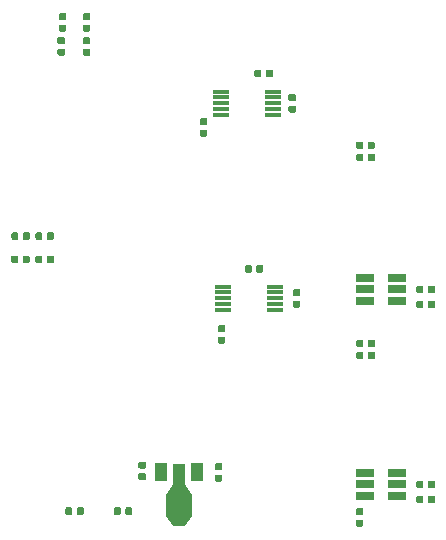
<source format=gbr>
G04 #@! TF.GenerationSoftware,KiCad,Pcbnew,(5.1.5)-3*
G04 #@! TF.CreationDate,2022-05-21T19:39:02+09:00*
G04 #@! TF.ProjectId,RP_MD,52505f4d-442e-46b6-9963-61645f706362,rev?*
G04 #@! TF.SameCoordinates,Original*
G04 #@! TF.FileFunction,Paste,Bot*
G04 #@! TF.FilePolarity,Positive*
%FSLAX46Y46*%
G04 Gerber Fmt 4.6, Leading zero omitted, Abs format (unit mm)*
G04 Created by KiCad (PCBNEW (5.1.5)-3) date 2022-05-21 19:39:02*
%MOMM*%
%LPD*%
G04 APERTURE LIST*
%ADD10C,0.100000*%
%ADD11R,2.200000X1.840000*%
%ADD12R,1.000000X1.500000*%
%ADD13R,1.000000X1.800000*%
%ADD14R,1.400000X0.300000*%
%ADD15R,1.560000X0.650000*%
G04 APERTURE END LIST*
D10*
G36*
X128120000Y-95118300D02*
G01*
X128820000Y-96118300D01*
X126620000Y-96118300D01*
X127320000Y-95118300D01*
X128120000Y-95118300D01*
G37*
D11*
X127720000Y-97028000D03*
D12*
X129220000Y-94214500D03*
D13*
X127720000Y-94361000D03*
D12*
X126220000Y-94214500D03*
D10*
G36*
X127220000Y-98786500D02*
G01*
X126620000Y-97936500D01*
X128820000Y-97936500D01*
X128220000Y-98786500D01*
X127220000Y-98786500D01*
G37*
G36*
X124773958Y-94297710D02*
G01*
X124788276Y-94299834D01*
X124802317Y-94303351D01*
X124815946Y-94308228D01*
X124829031Y-94314417D01*
X124841447Y-94321858D01*
X124853073Y-94330481D01*
X124863798Y-94340202D01*
X124873519Y-94350927D01*
X124882142Y-94362553D01*
X124889583Y-94374969D01*
X124895772Y-94388054D01*
X124900649Y-94401683D01*
X124904166Y-94415724D01*
X124906290Y-94430042D01*
X124907000Y-94444500D01*
X124907000Y-94739500D01*
X124906290Y-94753958D01*
X124904166Y-94768276D01*
X124900649Y-94782317D01*
X124895772Y-94795946D01*
X124889583Y-94809031D01*
X124882142Y-94821447D01*
X124873519Y-94833073D01*
X124863798Y-94843798D01*
X124853073Y-94853519D01*
X124841447Y-94862142D01*
X124829031Y-94869583D01*
X124815946Y-94875772D01*
X124802317Y-94880649D01*
X124788276Y-94884166D01*
X124773958Y-94886290D01*
X124759500Y-94887000D01*
X124414500Y-94887000D01*
X124400042Y-94886290D01*
X124385724Y-94884166D01*
X124371683Y-94880649D01*
X124358054Y-94875772D01*
X124344969Y-94869583D01*
X124332553Y-94862142D01*
X124320927Y-94853519D01*
X124310202Y-94843798D01*
X124300481Y-94833073D01*
X124291858Y-94821447D01*
X124284417Y-94809031D01*
X124278228Y-94795946D01*
X124273351Y-94782317D01*
X124269834Y-94768276D01*
X124267710Y-94753958D01*
X124267000Y-94739500D01*
X124267000Y-94444500D01*
X124267710Y-94430042D01*
X124269834Y-94415724D01*
X124273351Y-94401683D01*
X124278228Y-94388054D01*
X124284417Y-94374969D01*
X124291858Y-94362553D01*
X124300481Y-94350927D01*
X124310202Y-94340202D01*
X124320927Y-94330481D01*
X124332553Y-94321858D01*
X124344969Y-94314417D01*
X124358054Y-94308228D01*
X124371683Y-94303351D01*
X124385724Y-94299834D01*
X124400042Y-94297710D01*
X124414500Y-94297000D01*
X124759500Y-94297000D01*
X124773958Y-94297710D01*
G37*
G36*
X124773958Y-93327710D02*
G01*
X124788276Y-93329834D01*
X124802317Y-93333351D01*
X124815946Y-93338228D01*
X124829031Y-93344417D01*
X124841447Y-93351858D01*
X124853073Y-93360481D01*
X124863798Y-93370202D01*
X124873519Y-93380927D01*
X124882142Y-93392553D01*
X124889583Y-93404969D01*
X124895772Y-93418054D01*
X124900649Y-93431683D01*
X124904166Y-93445724D01*
X124906290Y-93460042D01*
X124907000Y-93474500D01*
X124907000Y-93769500D01*
X124906290Y-93783958D01*
X124904166Y-93798276D01*
X124900649Y-93812317D01*
X124895772Y-93825946D01*
X124889583Y-93839031D01*
X124882142Y-93851447D01*
X124873519Y-93863073D01*
X124863798Y-93873798D01*
X124853073Y-93883519D01*
X124841447Y-93892142D01*
X124829031Y-93899583D01*
X124815946Y-93905772D01*
X124802317Y-93910649D01*
X124788276Y-93914166D01*
X124773958Y-93916290D01*
X124759500Y-93917000D01*
X124414500Y-93917000D01*
X124400042Y-93916290D01*
X124385724Y-93914166D01*
X124371683Y-93910649D01*
X124358054Y-93905772D01*
X124344969Y-93899583D01*
X124332553Y-93892142D01*
X124320927Y-93883519D01*
X124310202Y-93873798D01*
X124300481Y-93863073D01*
X124291858Y-93851447D01*
X124284417Y-93839031D01*
X124278228Y-93825946D01*
X124273351Y-93812317D01*
X124269834Y-93798276D01*
X124267710Y-93783958D01*
X124267000Y-93769500D01*
X124267000Y-93474500D01*
X124267710Y-93460042D01*
X124269834Y-93445724D01*
X124273351Y-93431683D01*
X124278228Y-93418054D01*
X124284417Y-93404969D01*
X124291858Y-93392553D01*
X124300481Y-93380927D01*
X124310202Y-93370202D01*
X124320927Y-93360481D01*
X124332553Y-93351858D01*
X124344969Y-93344417D01*
X124358054Y-93338228D01*
X124371683Y-93333351D01*
X124385724Y-93329834D01*
X124400042Y-93327710D01*
X124414500Y-93327000D01*
X124759500Y-93327000D01*
X124773958Y-93327710D01*
G37*
G36*
X131250958Y-94424710D02*
G01*
X131265276Y-94426834D01*
X131279317Y-94430351D01*
X131292946Y-94435228D01*
X131306031Y-94441417D01*
X131318447Y-94448858D01*
X131330073Y-94457481D01*
X131340798Y-94467202D01*
X131350519Y-94477927D01*
X131359142Y-94489553D01*
X131366583Y-94501969D01*
X131372772Y-94515054D01*
X131377649Y-94528683D01*
X131381166Y-94542724D01*
X131383290Y-94557042D01*
X131384000Y-94571500D01*
X131384000Y-94866500D01*
X131383290Y-94880958D01*
X131381166Y-94895276D01*
X131377649Y-94909317D01*
X131372772Y-94922946D01*
X131366583Y-94936031D01*
X131359142Y-94948447D01*
X131350519Y-94960073D01*
X131340798Y-94970798D01*
X131330073Y-94980519D01*
X131318447Y-94989142D01*
X131306031Y-94996583D01*
X131292946Y-95002772D01*
X131279317Y-95007649D01*
X131265276Y-95011166D01*
X131250958Y-95013290D01*
X131236500Y-95014000D01*
X130891500Y-95014000D01*
X130877042Y-95013290D01*
X130862724Y-95011166D01*
X130848683Y-95007649D01*
X130835054Y-95002772D01*
X130821969Y-94996583D01*
X130809553Y-94989142D01*
X130797927Y-94980519D01*
X130787202Y-94970798D01*
X130777481Y-94960073D01*
X130768858Y-94948447D01*
X130761417Y-94936031D01*
X130755228Y-94922946D01*
X130750351Y-94909317D01*
X130746834Y-94895276D01*
X130744710Y-94880958D01*
X130744000Y-94866500D01*
X130744000Y-94571500D01*
X130744710Y-94557042D01*
X130746834Y-94542724D01*
X130750351Y-94528683D01*
X130755228Y-94515054D01*
X130761417Y-94501969D01*
X130768858Y-94489553D01*
X130777481Y-94477927D01*
X130787202Y-94467202D01*
X130797927Y-94457481D01*
X130809553Y-94448858D01*
X130821969Y-94441417D01*
X130835054Y-94435228D01*
X130848683Y-94430351D01*
X130862724Y-94426834D01*
X130877042Y-94424710D01*
X130891500Y-94424000D01*
X131236500Y-94424000D01*
X131250958Y-94424710D01*
G37*
G36*
X131250958Y-93454710D02*
G01*
X131265276Y-93456834D01*
X131279317Y-93460351D01*
X131292946Y-93465228D01*
X131306031Y-93471417D01*
X131318447Y-93478858D01*
X131330073Y-93487481D01*
X131340798Y-93497202D01*
X131350519Y-93507927D01*
X131359142Y-93519553D01*
X131366583Y-93531969D01*
X131372772Y-93545054D01*
X131377649Y-93558683D01*
X131381166Y-93572724D01*
X131383290Y-93587042D01*
X131384000Y-93601500D01*
X131384000Y-93896500D01*
X131383290Y-93910958D01*
X131381166Y-93925276D01*
X131377649Y-93939317D01*
X131372772Y-93952946D01*
X131366583Y-93966031D01*
X131359142Y-93978447D01*
X131350519Y-93990073D01*
X131340798Y-94000798D01*
X131330073Y-94010519D01*
X131318447Y-94019142D01*
X131306031Y-94026583D01*
X131292946Y-94032772D01*
X131279317Y-94037649D01*
X131265276Y-94041166D01*
X131250958Y-94043290D01*
X131236500Y-94044000D01*
X130891500Y-94044000D01*
X130877042Y-94043290D01*
X130862724Y-94041166D01*
X130848683Y-94037649D01*
X130835054Y-94032772D01*
X130821969Y-94026583D01*
X130809553Y-94019142D01*
X130797927Y-94010519D01*
X130787202Y-94000798D01*
X130777481Y-93990073D01*
X130768858Y-93978447D01*
X130761417Y-93966031D01*
X130755228Y-93952946D01*
X130750351Y-93939317D01*
X130746834Y-93925276D01*
X130744710Y-93910958D01*
X130744000Y-93896500D01*
X130744000Y-93601500D01*
X130744710Y-93587042D01*
X130746834Y-93572724D01*
X130750351Y-93558683D01*
X130755228Y-93545054D01*
X130761417Y-93531969D01*
X130768858Y-93519553D01*
X130777481Y-93507927D01*
X130787202Y-93497202D01*
X130797927Y-93487481D01*
X130809553Y-93478858D01*
X130821969Y-93471417D01*
X130835054Y-93465228D01*
X130848683Y-93460351D01*
X130862724Y-93456834D01*
X130877042Y-93454710D01*
X130891500Y-93454000D01*
X131236500Y-93454000D01*
X131250958Y-93454710D01*
G37*
G36*
X144156958Y-84008710D02*
G01*
X144171276Y-84010834D01*
X144185317Y-84014351D01*
X144198946Y-84019228D01*
X144212031Y-84025417D01*
X144224447Y-84032858D01*
X144236073Y-84041481D01*
X144246798Y-84051202D01*
X144256519Y-84061927D01*
X144265142Y-84073553D01*
X144272583Y-84085969D01*
X144278772Y-84099054D01*
X144283649Y-84112683D01*
X144287166Y-84126724D01*
X144289290Y-84141042D01*
X144290000Y-84155500D01*
X144290000Y-84500500D01*
X144289290Y-84514958D01*
X144287166Y-84529276D01*
X144283649Y-84543317D01*
X144278772Y-84556946D01*
X144272583Y-84570031D01*
X144265142Y-84582447D01*
X144256519Y-84594073D01*
X144246798Y-84604798D01*
X144236073Y-84614519D01*
X144224447Y-84623142D01*
X144212031Y-84630583D01*
X144198946Y-84636772D01*
X144185317Y-84641649D01*
X144171276Y-84645166D01*
X144156958Y-84647290D01*
X144142500Y-84648000D01*
X143847500Y-84648000D01*
X143833042Y-84647290D01*
X143818724Y-84645166D01*
X143804683Y-84641649D01*
X143791054Y-84636772D01*
X143777969Y-84630583D01*
X143765553Y-84623142D01*
X143753927Y-84614519D01*
X143743202Y-84604798D01*
X143733481Y-84594073D01*
X143724858Y-84582447D01*
X143717417Y-84570031D01*
X143711228Y-84556946D01*
X143706351Y-84543317D01*
X143702834Y-84529276D01*
X143700710Y-84514958D01*
X143700000Y-84500500D01*
X143700000Y-84155500D01*
X143700710Y-84141042D01*
X143702834Y-84126724D01*
X143706351Y-84112683D01*
X143711228Y-84099054D01*
X143717417Y-84085969D01*
X143724858Y-84073553D01*
X143733481Y-84061927D01*
X143743202Y-84051202D01*
X143753927Y-84041481D01*
X143765553Y-84032858D01*
X143777969Y-84025417D01*
X143791054Y-84019228D01*
X143804683Y-84014351D01*
X143818724Y-84010834D01*
X143833042Y-84008710D01*
X143847500Y-84008000D01*
X144142500Y-84008000D01*
X144156958Y-84008710D01*
G37*
G36*
X143186958Y-84008710D02*
G01*
X143201276Y-84010834D01*
X143215317Y-84014351D01*
X143228946Y-84019228D01*
X143242031Y-84025417D01*
X143254447Y-84032858D01*
X143266073Y-84041481D01*
X143276798Y-84051202D01*
X143286519Y-84061927D01*
X143295142Y-84073553D01*
X143302583Y-84085969D01*
X143308772Y-84099054D01*
X143313649Y-84112683D01*
X143317166Y-84126724D01*
X143319290Y-84141042D01*
X143320000Y-84155500D01*
X143320000Y-84500500D01*
X143319290Y-84514958D01*
X143317166Y-84529276D01*
X143313649Y-84543317D01*
X143308772Y-84556946D01*
X143302583Y-84570031D01*
X143295142Y-84582447D01*
X143286519Y-84594073D01*
X143276798Y-84604798D01*
X143266073Y-84614519D01*
X143254447Y-84623142D01*
X143242031Y-84630583D01*
X143228946Y-84636772D01*
X143215317Y-84641649D01*
X143201276Y-84645166D01*
X143186958Y-84647290D01*
X143172500Y-84648000D01*
X142877500Y-84648000D01*
X142863042Y-84647290D01*
X142848724Y-84645166D01*
X142834683Y-84641649D01*
X142821054Y-84636772D01*
X142807969Y-84630583D01*
X142795553Y-84623142D01*
X142783927Y-84614519D01*
X142773202Y-84604798D01*
X142763481Y-84594073D01*
X142754858Y-84582447D01*
X142747417Y-84570031D01*
X142741228Y-84556946D01*
X142736351Y-84543317D01*
X142732834Y-84529276D01*
X142730710Y-84514958D01*
X142730000Y-84500500D01*
X142730000Y-84155500D01*
X142730710Y-84141042D01*
X142732834Y-84126724D01*
X142736351Y-84112683D01*
X142741228Y-84099054D01*
X142747417Y-84085969D01*
X142754858Y-84073553D01*
X142763481Y-84061927D01*
X142773202Y-84051202D01*
X142783927Y-84041481D01*
X142795553Y-84032858D01*
X142807969Y-84025417D01*
X142821054Y-84019228D01*
X142834683Y-84014351D01*
X142848724Y-84010834D01*
X142863042Y-84008710D01*
X142877500Y-84008000D01*
X143172500Y-84008000D01*
X143186958Y-84008710D01*
G37*
G36*
X113953958Y-75880710D02*
G01*
X113968276Y-75882834D01*
X113982317Y-75886351D01*
X113995946Y-75891228D01*
X114009031Y-75897417D01*
X114021447Y-75904858D01*
X114033073Y-75913481D01*
X114043798Y-75923202D01*
X114053519Y-75933927D01*
X114062142Y-75945553D01*
X114069583Y-75957969D01*
X114075772Y-75971054D01*
X114080649Y-75984683D01*
X114084166Y-75998724D01*
X114086290Y-76013042D01*
X114087000Y-76027500D01*
X114087000Y-76372500D01*
X114086290Y-76386958D01*
X114084166Y-76401276D01*
X114080649Y-76415317D01*
X114075772Y-76428946D01*
X114069583Y-76442031D01*
X114062142Y-76454447D01*
X114053519Y-76466073D01*
X114043798Y-76476798D01*
X114033073Y-76486519D01*
X114021447Y-76495142D01*
X114009031Y-76502583D01*
X113995946Y-76508772D01*
X113982317Y-76513649D01*
X113968276Y-76517166D01*
X113953958Y-76519290D01*
X113939500Y-76520000D01*
X113644500Y-76520000D01*
X113630042Y-76519290D01*
X113615724Y-76517166D01*
X113601683Y-76513649D01*
X113588054Y-76508772D01*
X113574969Y-76502583D01*
X113562553Y-76495142D01*
X113550927Y-76486519D01*
X113540202Y-76476798D01*
X113530481Y-76466073D01*
X113521858Y-76454447D01*
X113514417Y-76442031D01*
X113508228Y-76428946D01*
X113503351Y-76415317D01*
X113499834Y-76401276D01*
X113497710Y-76386958D01*
X113497000Y-76372500D01*
X113497000Y-76027500D01*
X113497710Y-76013042D01*
X113499834Y-75998724D01*
X113503351Y-75984683D01*
X113508228Y-75971054D01*
X113514417Y-75957969D01*
X113521858Y-75945553D01*
X113530481Y-75933927D01*
X113540202Y-75923202D01*
X113550927Y-75913481D01*
X113562553Y-75904858D01*
X113574969Y-75897417D01*
X113588054Y-75891228D01*
X113601683Y-75886351D01*
X113615724Y-75882834D01*
X113630042Y-75880710D01*
X113644500Y-75880000D01*
X113939500Y-75880000D01*
X113953958Y-75880710D01*
G37*
G36*
X114923958Y-75880710D02*
G01*
X114938276Y-75882834D01*
X114952317Y-75886351D01*
X114965946Y-75891228D01*
X114979031Y-75897417D01*
X114991447Y-75904858D01*
X115003073Y-75913481D01*
X115013798Y-75923202D01*
X115023519Y-75933927D01*
X115032142Y-75945553D01*
X115039583Y-75957969D01*
X115045772Y-75971054D01*
X115050649Y-75984683D01*
X115054166Y-75998724D01*
X115056290Y-76013042D01*
X115057000Y-76027500D01*
X115057000Y-76372500D01*
X115056290Y-76386958D01*
X115054166Y-76401276D01*
X115050649Y-76415317D01*
X115045772Y-76428946D01*
X115039583Y-76442031D01*
X115032142Y-76454447D01*
X115023519Y-76466073D01*
X115013798Y-76476798D01*
X115003073Y-76486519D01*
X114991447Y-76495142D01*
X114979031Y-76502583D01*
X114965946Y-76508772D01*
X114952317Y-76513649D01*
X114938276Y-76517166D01*
X114923958Y-76519290D01*
X114909500Y-76520000D01*
X114614500Y-76520000D01*
X114600042Y-76519290D01*
X114585724Y-76517166D01*
X114571683Y-76513649D01*
X114558054Y-76508772D01*
X114544969Y-76502583D01*
X114532553Y-76495142D01*
X114520927Y-76486519D01*
X114510202Y-76476798D01*
X114500481Y-76466073D01*
X114491858Y-76454447D01*
X114484417Y-76442031D01*
X114478228Y-76428946D01*
X114473351Y-76415317D01*
X114469834Y-76401276D01*
X114467710Y-76386958D01*
X114467000Y-76372500D01*
X114467000Y-76027500D01*
X114467710Y-76013042D01*
X114469834Y-75998724D01*
X114473351Y-75984683D01*
X114478228Y-75971054D01*
X114484417Y-75957969D01*
X114491858Y-75945553D01*
X114500481Y-75933927D01*
X114510202Y-75923202D01*
X114520927Y-75913481D01*
X114532553Y-75904858D01*
X114544969Y-75897417D01*
X114558054Y-75891228D01*
X114571683Y-75886351D01*
X114585724Y-75882834D01*
X114600042Y-75880710D01*
X114614500Y-75880000D01*
X114909500Y-75880000D01*
X114923958Y-75880710D01*
G37*
G36*
X113976958Y-73920710D02*
G01*
X113991276Y-73922834D01*
X114005317Y-73926351D01*
X114018946Y-73931228D01*
X114032031Y-73937417D01*
X114044447Y-73944858D01*
X114056073Y-73953481D01*
X114066798Y-73963202D01*
X114076519Y-73973927D01*
X114085142Y-73985553D01*
X114092583Y-73997969D01*
X114098772Y-74011054D01*
X114103649Y-74024683D01*
X114107166Y-74038724D01*
X114109290Y-74053042D01*
X114110000Y-74067500D01*
X114110000Y-74412500D01*
X114109290Y-74426958D01*
X114107166Y-74441276D01*
X114103649Y-74455317D01*
X114098772Y-74468946D01*
X114092583Y-74482031D01*
X114085142Y-74494447D01*
X114076519Y-74506073D01*
X114066798Y-74516798D01*
X114056073Y-74526519D01*
X114044447Y-74535142D01*
X114032031Y-74542583D01*
X114018946Y-74548772D01*
X114005317Y-74553649D01*
X113991276Y-74557166D01*
X113976958Y-74559290D01*
X113962500Y-74560000D01*
X113667500Y-74560000D01*
X113653042Y-74559290D01*
X113638724Y-74557166D01*
X113624683Y-74553649D01*
X113611054Y-74548772D01*
X113597969Y-74542583D01*
X113585553Y-74535142D01*
X113573927Y-74526519D01*
X113563202Y-74516798D01*
X113553481Y-74506073D01*
X113544858Y-74494447D01*
X113537417Y-74482031D01*
X113531228Y-74468946D01*
X113526351Y-74455317D01*
X113522834Y-74441276D01*
X113520710Y-74426958D01*
X113520000Y-74412500D01*
X113520000Y-74067500D01*
X113520710Y-74053042D01*
X113522834Y-74038724D01*
X113526351Y-74024683D01*
X113531228Y-74011054D01*
X113537417Y-73997969D01*
X113544858Y-73985553D01*
X113553481Y-73973927D01*
X113563202Y-73963202D01*
X113573927Y-73953481D01*
X113585553Y-73944858D01*
X113597969Y-73937417D01*
X113611054Y-73931228D01*
X113624683Y-73926351D01*
X113638724Y-73922834D01*
X113653042Y-73920710D01*
X113667500Y-73920000D01*
X113962500Y-73920000D01*
X113976958Y-73920710D01*
G37*
G36*
X114946958Y-73920710D02*
G01*
X114961276Y-73922834D01*
X114975317Y-73926351D01*
X114988946Y-73931228D01*
X115002031Y-73937417D01*
X115014447Y-73944858D01*
X115026073Y-73953481D01*
X115036798Y-73963202D01*
X115046519Y-73973927D01*
X115055142Y-73985553D01*
X115062583Y-73997969D01*
X115068772Y-74011054D01*
X115073649Y-74024683D01*
X115077166Y-74038724D01*
X115079290Y-74053042D01*
X115080000Y-74067500D01*
X115080000Y-74412500D01*
X115079290Y-74426958D01*
X115077166Y-74441276D01*
X115073649Y-74455317D01*
X115068772Y-74468946D01*
X115062583Y-74482031D01*
X115055142Y-74494447D01*
X115046519Y-74506073D01*
X115036798Y-74516798D01*
X115026073Y-74526519D01*
X115014447Y-74535142D01*
X115002031Y-74542583D01*
X114988946Y-74548772D01*
X114975317Y-74553649D01*
X114961276Y-74557166D01*
X114946958Y-74559290D01*
X114932500Y-74560000D01*
X114637500Y-74560000D01*
X114623042Y-74559290D01*
X114608724Y-74557166D01*
X114594683Y-74553649D01*
X114581054Y-74548772D01*
X114567969Y-74542583D01*
X114555553Y-74535142D01*
X114543927Y-74526519D01*
X114533202Y-74516798D01*
X114523481Y-74506073D01*
X114514858Y-74494447D01*
X114507417Y-74482031D01*
X114501228Y-74468946D01*
X114496351Y-74455317D01*
X114492834Y-74441276D01*
X114490710Y-74426958D01*
X114490000Y-74412500D01*
X114490000Y-74067500D01*
X114490710Y-74053042D01*
X114492834Y-74038724D01*
X114496351Y-74024683D01*
X114501228Y-74011054D01*
X114507417Y-73997969D01*
X114514858Y-73985553D01*
X114523481Y-73973927D01*
X114533202Y-73963202D01*
X114543927Y-73953481D01*
X114555553Y-73944858D01*
X114567969Y-73937417D01*
X114581054Y-73931228D01*
X114594683Y-73926351D01*
X114608724Y-73922834D01*
X114623042Y-73920710D01*
X114637500Y-73920000D01*
X114932500Y-73920000D01*
X114946958Y-73920710D01*
G37*
G36*
X118042958Y-55354710D02*
G01*
X118057276Y-55356834D01*
X118071317Y-55360351D01*
X118084946Y-55365228D01*
X118098031Y-55371417D01*
X118110447Y-55378858D01*
X118122073Y-55387481D01*
X118132798Y-55397202D01*
X118142519Y-55407927D01*
X118151142Y-55419553D01*
X118158583Y-55431969D01*
X118164772Y-55445054D01*
X118169649Y-55458683D01*
X118173166Y-55472724D01*
X118175290Y-55487042D01*
X118176000Y-55501500D01*
X118176000Y-55796500D01*
X118175290Y-55810958D01*
X118173166Y-55825276D01*
X118169649Y-55839317D01*
X118164772Y-55852946D01*
X118158583Y-55866031D01*
X118151142Y-55878447D01*
X118142519Y-55890073D01*
X118132798Y-55900798D01*
X118122073Y-55910519D01*
X118110447Y-55919142D01*
X118098031Y-55926583D01*
X118084946Y-55932772D01*
X118071317Y-55937649D01*
X118057276Y-55941166D01*
X118042958Y-55943290D01*
X118028500Y-55944000D01*
X117683500Y-55944000D01*
X117669042Y-55943290D01*
X117654724Y-55941166D01*
X117640683Y-55937649D01*
X117627054Y-55932772D01*
X117613969Y-55926583D01*
X117601553Y-55919142D01*
X117589927Y-55910519D01*
X117579202Y-55900798D01*
X117569481Y-55890073D01*
X117560858Y-55878447D01*
X117553417Y-55866031D01*
X117547228Y-55852946D01*
X117542351Y-55839317D01*
X117538834Y-55825276D01*
X117536710Y-55810958D01*
X117536000Y-55796500D01*
X117536000Y-55501500D01*
X117536710Y-55487042D01*
X117538834Y-55472724D01*
X117542351Y-55458683D01*
X117547228Y-55445054D01*
X117553417Y-55431969D01*
X117560858Y-55419553D01*
X117569481Y-55407927D01*
X117579202Y-55397202D01*
X117589927Y-55387481D01*
X117601553Y-55378858D01*
X117613969Y-55371417D01*
X117627054Y-55365228D01*
X117640683Y-55360351D01*
X117654724Y-55356834D01*
X117669042Y-55354710D01*
X117683500Y-55354000D01*
X118028500Y-55354000D01*
X118042958Y-55354710D01*
G37*
G36*
X118042958Y-56324710D02*
G01*
X118057276Y-56326834D01*
X118071317Y-56330351D01*
X118084946Y-56335228D01*
X118098031Y-56341417D01*
X118110447Y-56348858D01*
X118122073Y-56357481D01*
X118132798Y-56367202D01*
X118142519Y-56377927D01*
X118151142Y-56389553D01*
X118158583Y-56401969D01*
X118164772Y-56415054D01*
X118169649Y-56428683D01*
X118173166Y-56442724D01*
X118175290Y-56457042D01*
X118176000Y-56471500D01*
X118176000Y-56766500D01*
X118175290Y-56780958D01*
X118173166Y-56795276D01*
X118169649Y-56809317D01*
X118164772Y-56822946D01*
X118158583Y-56836031D01*
X118151142Y-56848447D01*
X118142519Y-56860073D01*
X118132798Y-56870798D01*
X118122073Y-56880519D01*
X118110447Y-56889142D01*
X118098031Y-56896583D01*
X118084946Y-56902772D01*
X118071317Y-56907649D01*
X118057276Y-56911166D01*
X118042958Y-56913290D01*
X118028500Y-56914000D01*
X117683500Y-56914000D01*
X117669042Y-56913290D01*
X117654724Y-56911166D01*
X117640683Y-56907649D01*
X117627054Y-56902772D01*
X117613969Y-56896583D01*
X117601553Y-56889142D01*
X117589927Y-56880519D01*
X117579202Y-56870798D01*
X117569481Y-56860073D01*
X117560858Y-56848447D01*
X117553417Y-56836031D01*
X117547228Y-56822946D01*
X117542351Y-56809317D01*
X117538834Y-56795276D01*
X117536710Y-56780958D01*
X117536000Y-56766500D01*
X117536000Y-56471500D01*
X117536710Y-56457042D01*
X117538834Y-56442724D01*
X117542351Y-56428683D01*
X117547228Y-56415054D01*
X117553417Y-56401969D01*
X117560858Y-56389553D01*
X117569481Y-56377927D01*
X117579202Y-56367202D01*
X117589927Y-56357481D01*
X117601553Y-56348858D01*
X117613969Y-56341417D01*
X117627054Y-56335228D01*
X117640683Y-56330351D01*
X117654724Y-56326834D01*
X117669042Y-56324710D01*
X117683500Y-56324000D01*
X118028500Y-56324000D01*
X118042958Y-56324710D01*
G37*
G36*
X120074958Y-55354710D02*
G01*
X120089276Y-55356834D01*
X120103317Y-55360351D01*
X120116946Y-55365228D01*
X120130031Y-55371417D01*
X120142447Y-55378858D01*
X120154073Y-55387481D01*
X120164798Y-55397202D01*
X120174519Y-55407927D01*
X120183142Y-55419553D01*
X120190583Y-55431969D01*
X120196772Y-55445054D01*
X120201649Y-55458683D01*
X120205166Y-55472724D01*
X120207290Y-55487042D01*
X120208000Y-55501500D01*
X120208000Y-55796500D01*
X120207290Y-55810958D01*
X120205166Y-55825276D01*
X120201649Y-55839317D01*
X120196772Y-55852946D01*
X120190583Y-55866031D01*
X120183142Y-55878447D01*
X120174519Y-55890073D01*
X120164798Y-55900798D01*
X120154073Y-55910519D01*
X120142447Y-55919142D01*
X120130031Y-55926583D01*
X120116946Y-55932772D01*
X120103317Y-55937649D01*
X120089276Y-55941166D01*
X120074958Y-55943290D01*
X120060500Y-55944000D01*
X119715500Y-55944000D01*
X119701042Y-55943290D01*
X119686724Y-55941166D01*
X119672683Y-55937649D01*
X119659054Y-55932772D01*
X119645969Y-55926583D01*
X119633553Y-55919142D01*
X119621927Y-55910519D01*
X119611202Y-55900798D01*
X119601481Y-55890073D01*
X119592858Y-55878447D01*
X119585417Y-55866031D01*
X119579228Y-55852946D01*
X119574351Y-55839317D01*
X119570834Y-55825276D01*
X119568710Y-55810958D01*
X119568000Y-55796500D01*
X119568000Y-55501500D01*
X119568710Y-55487042D01*
X119570834Y-55472724D01*
X119574351Y-55458683D01*
X119579228Y-55445054D01*
X119585417Y-55431969D01*
X119592858Y-55419553D01*
X119601481Y-55407927D01*
X119611202Y-55397202D01*
X119621927Y-55387481D01*
X119633553Y-55378858D01*
X119645969Y-55371417D01*
X119659054Y-55365228D01*
X119672683Y-55360351D01*
X119686724Y-55356834D01*
X119701042Y-55354710D01*
X119715500Y-55354000D01*
X120060500Y-55354000D01*
X120074958Y-55354710D01*
G37*
G36*
X120074958Y-56324710D02*
G01*
X120089276Y-56326834D01*
X120103317Y-56330351D01*
X120116946Y-56335228D01*
X120130031Y-56341417D01*
X120142447Y-56348858D01*
X120154073Y-56357481D01*
X120164798Y-56367202D01*
X120174519Y-56377927D01*
X120183142Y-56389553D01*
X120190583Y-56401969D01*
X120196772Y-56415054D01*
X120201649Y-56428683D01*
X120205166Y-56442724D01*
X120207290Y-56457042D01*
X120208000Y-56471500D01*
X120208000Y-56766500D01*
X120207290Y-56780958D01*
X120205166Y-56795276D01*
X120201649Y-56809317D01*
X120196772Y-56822946D01*
X120190583Y-56836031D01*
X120183142Y-56848447D01*
X120174519Y-56860073D01*
X120164798Y-56870798D01*
X120154073Y-56880519D01*
X120142447Y-56889142D01*
X120130031Y-56896583D01*
X120116946Y-56902772D01*
X120103317Y-56907649D01*
X120089276Y-56911166D01*
X120074958Y-56913290D01*
X120060500Y-56914000D01*
X119715500Y-56914000D01*
X119701042Y-56913290D01*
X119686724Y-56911166D01*
X119672683Y-56907649D01*
X119659054Y-56902772D01*
X119645969Y-56896583D01*
X119633553Y-56889142D01*
X119621927Y-56880519D01*
X119611202Y-56870798D01*
X119601481Y-56860073D01*
X119592858Y-56848447D01*
X119585417Y-56836031D01*
X119579228Y-56822946D01*
X119574351Y-56809317D01*
X119570834Y-56795276D01*
X119568710Y-56780958D01*
X119568000Y-56766500D01*
X119568000Y-56471500D01*
X119568710Y-56457042D01*
X119570834Y-56442724D01*
X119574351Y-56428683D01*
X119579228Y-56415054D01*
X119585417Y-56401969D01*
X119592858Y-56389553D01*
X119601481Y-56377927D01*
X119611202Y-56367202D01*
X119621927Y-56357481D01*
X119633553Y-56348858D01*
X119645969Y-56341417D01*
X119659054Y-56335228D01*
X119672683Y-56330351D01*
X119686724Y-56326834D01*
X119701042Y-56324710D01*
X119715500Y-56324000D01*
X120060500Y-56324000D01*
X120074958Y-56324710D01*
G37*
G36*
X116978958Y-75880710D02*
G01*
X116993276Y-75882834D01*
X117007317Y-75886351D01*
X117020946Y-75891228D01*
X117034031Y-75897417D01*
X117046447Y-75904858D01*
X117058073Y-75913481D01*
X117068798Y-75923202D01*
X117078519Y-75933927D01*
X117087142Y-75945553D01*
X117094583Y-75957969D01*
X117100772Y-75971054D01*
X117105649Y-75984683D01*
X117109166Y-75998724D01*
X117111290Y-76013042D01*
X117112000Y-76027500D01*
X117112000Y-76372500D01*
X117111290Y-76386958D01*
X117109166Y-76401276D01*
X117105649Y-76415317D01*
X117100772Y-76428946D01*
X117094583Y-76442031D01*
X117087142Y-76454447D01*
X117078519Y-76466073D01*
X117068798Y-76476798D01*
X117058073Y-76486519D01*
X117046447Y-76495142D01*
X117034031Y-76502583D01*
X117020946Y-76508772D01*
X117007317Y-76513649D01*
X116993276Y-76517166D01*
X116978958Y-76519290D01*
X116964500Y-76520000D01*
X116669500Y-76520000D01*
X116655042Y-76519290D01*
X116640724Y-76517166D01*
X116626683Y-76513649D01*
X116613054Y-76508772D01*
X116599969Y-76502583D01*
X116587553Y-76495142D01*
X116575927Y-76486519D01*
X116565202Y-76476798D01*
X116555481Y-76466073D01*
X116546858Y-76454447D01*
X116539417Y-76442031D01*
X116533228Y-76428946D01*
X116528351Y-76415317D01*
X116524834Y-76401276D01*
X116522710Y-76386958D01*
X116522000Y-76372500D01*
X116522000Y-76027500D01*
X116522710Y-76013042D01*
X116524834Y-75998724D01*
X116528351Y-75984683D01*
X116533228Y-75971054D01*
X116539417Y-75957969D01*
X116546858Y-75945553D01*
X116555481Y-75933927D01*
X116565202Y-75923202D01*
X116575927Y-75913481D01*
X116587553Y-75904858D01*
X116599969Y-75897417D01*
X116613054Y-75891228D01*
X116626683Y-75886351D01*
X116640724Y-75882834D01*
X116655042Y-75880710D01*
X116669500Y-75880000D01*
X116964500Y-75880000D01*
X116978958Y-75880710D01*
G37*
G36*
X116008958Y-75880710D02*
G01*
X116023276Y-75882834D01*
X116037317Y-75886351D01*
X116050946Y-75891228D01*
X116064031Y-75897417D01*
X116076447Y-75904858D01*
X116088073Y-75913481D01*
X116098798Y-75923202D01*
X116108519Y-75933927D01*
X116117142Y-75945553D01*
X116124583Y-75957969D01*
X116130772Y-75971054D01*
X116135649Y-75984683D01*
X116139166Y-75998724D01*
X116141290Y-76013042D01*
X116142000Y-76027500D01*
X116142000Y-76372500D01*
X116141290Y-76386958D01*
X116139166Y-76401276D01*
X116135649Y-76415317D01*
X116130772Y-76428946D01*
X116124583Y-76442031D01*
X116117142Y-76454447D01*
X116108519Y-76466073D01*
X116098798Y-76476798D01*
X116088073Y-76486519D01*
X116076447Y-76495142D01*
X116064031Y-76502583D01*
X116050946Y-76508772D01*
X116037317Y-76513649D01*
X116023276Y-76517166D01*
X116008958Y-76519290D01*
X115994500Y-76520000D01*
X115699500Y-76520000D01*
X115685042Y-76519290D01*
X115670724Y-76517166D01*
X115656683Y-76513649D01*
X115643054Y-76508772D01*
X115629969Y-76502583D01*
X115617553Y-76495142D01*
X115605927Y-76486519D01*
X115595202Y-76476798D01*
X115585481Y-76466073D01*
X115576858Y-76454447D01*
X115569417Y-76442031D01*
X115563228Y-76428946D01*
X115558351Y-76415317D01*
X115554834Y-76401276D01*
X115552710Y-76386958D01*
X115552000Y-76372500D01*
X115552000Y-76027500D01*
X115552710Y-76013042D01*
X115554834Y-75998724D01*
X115558351Y-75984683D01*
X115563228Y-75971054D01*
X115569417Y-75957969D01*
X115576858Y-75945553D01*
X115585481Y-75933927D01*
X115595202Y-75923202D01*
X115605927Y-75913481D01*
X115617553Y-75904858D01*
X115629969Y-75897417D01*
X115643054Y-75891228D01*
X115656683Y-75886351D01*
X115670724Y-75882834D01*
X115685042Y-75880710D01*
X115699500Y-75880000D01*
X115994500Y-75880000D01*
X116008958Y-75880710D01*
G37*
G36*
X117915958Y-58356710D02*
G01*
X117930276Y-58358834D01*
X117944317Y-58362351D01*
X117957946Y-58367228D01*
X117971031Y-58373417D01*
X117983447Y-58380858D01*
X117995073Y-58389481D01*
X118005798Y-58399202D01*
X118015519Y-58409927D01*
X118024142Y-58421553D01*
X118031583Y-58433969D01*
X118037772Y-58447054D01*
X118042649Y-58460683D01*
X118046166Y-58474724D01*
X118048290Y-58489042D01*
X118049000Y-58503500D01*
X118049000Y-58798500D01*
X118048290Y-58812958D01*
X118046166Y-58827276D01*
X118042649Y-58841317D01*
X118037772Y-58854946D01*
X118031583Y-58868031D01*
X118024142Y-58880447D01*
X118015519Y-58892073D01*
X118005798Y-58902798D01*
X117995073Y-58912519D01*
X117983447Y-58921142D01*
X117971031Y-58928583D01*
X117957946Y-58934772D01*
X117944317Y-58939649D01*
X117930276Y-58943166D01*
X117915958Y-58945290D01*
X117901500Y-58946000D01*
X117556500Y-58946000D01*
X117542042Y-58945290D01*
X117527724Y-58943166D01*
X117513683Y-58939649D01*
X117500054Y-58934772D01*
X117486969Y-58928583D01*
X117474553Y-58921142D01*
X117462927Y-58912519D01*
X117452202Y-58902798D01*
X117442481Y-58892073D01*
X117433858Y-58880447D01*
X117426417Y-58868031D01*
X117420228Y-58854946D01*
X117415351Y-58841317D01*
X117411834Y-58827276D01*
X117409710Y-58812958D01*
X117409000Y-58798500D01*
X117409000Y-58503500D01*
X117409710Y-58489042D01*
X117411834Y-58474724D01*
X117415351Y-58460683D01*
X117420228Y-58447054D01*
X117426417Y-58433969D01*
X117433858Y-58421553D01*
X117442481Y-58409927D01*
X117452202Y-58399202D01*
X117462927Y-58389481D01*
X117474553Y-58380858D01*
X117486969Y-58373417D01*
X117500054Y-58367228D01*
X117513683Y-58362351D01*
X117527724Y-58358834D01*
X117542042Y-58356710D01*
X117556500Y-58356000D01*
X117901500Y-58356000D01*
X117915958Y-58356710D01*
G37*
G36*
X117915958Y-57386710D02*
G01*
X117930276Y-57388834D01*
X117944317Y-57392351D01*
X117957946Y-57397228D01*
X117971031Y-57403417D01*
X117983447Y-57410858D01*
X117995073Y-57419481D01*
X118005798Y-57429202D01*
X118015519Y-57439927D01*
X118024142Y-57451553D01*
X118031583Y-57463969D01*
X118037772Y-57477054D01*
X118042649Y-57490683D01*
X118046166Y-57504724D01*
X118048290Y-57519042D01*
X118049000Y-57533500D01*
X118049000Y-57828500D01*
X118048290Y-57842958D01*
X118046166Y-57857276D01*
X118042649Y-57871317D01*
X118037772Y-57884946D01*
X118031583Y-57898031D01*
X118024142Y-57910447D01*
X118015519Y-57922073D01*
X118005798Y-57932798D01*
X117995073Y-57942519D01*
X117983447Y-57951142D01*
X117971031Y-57958583D01*
X117957946Y-57964772D01*
X117944317Y-57969649D01*
X117930276Y-57973166D01*
X117915958Y-57975290D01*
X117901500Y-57976000D01*
X117556500Y-57976000D01*
X117542042Y-57975290D01*
X117527724Y-57973166D01*
X117513683Y-57969649D01*
X117500054Y-57964772D01*
X117486969Y-57958583D01*
X117474553Y-57951142D01*
X117462927Y-57942519D01*
X117452202Y-57932798D01*
X117442481Y-57922073D01*
X117433858Y-57910447D01*
X117426417Y-57898031D01*
X117420228Y-57884946D01*
X117415351Y-57871317D01*
X117411834Y-57857276D01*
X117409710Y-57842958D01*
X117409000Y-57828500D01*
X117409000Y-57533500D01*
X117409710Y-57519042D01*
X117411834Y-57504724D01*
X117415351Y-57490683D01*
X117420228Y-57477054D01*
X117426417Y-57463969D01*
X117433858Y-57451553D01*
X117442481Y-57439927D01*
X117452202Y-57429202D01*
X117462927Y-57419481D01*
X117474553Y-57410858D01*
X117486969Y-57403417D01*
X117500054Y-57397228D01*
X117513683Y-57392351D01*
X117527724Y-57388834D01*
X117542042Y-57386710D01*
X117556500Y-57386000D01*
X117901500Y-57386000D01*
X117915958Y-57386710D01*
G37*
G36*
X116978958Y-73920710D02*
G01*
X116993276Y-73922834D01*
X117007317Y-73926351D01*
X117020946Y-73931228D01*
X117034031Y-73937417D01*
X117046447Y-73944858D01*
X117058073Y-73953481D01*
X117068798Y-73963202D01*
X117078519Y-73973927D01*
X117087142Y-73985553D01*
X117094583Y-73997969D01*
X117100772Y-74011054D01*
X117105649Y-74024683D01*
X117109166Y-74038724D01*
X117111290Y-74053042D01*
X117112000Y-74067500D01*
X117112000Y-74412500D01*
X117111290Y-74426958D01*
X117109166Y-74441276D01*
X117105649Y-74455317D01*
X117100772Y-74468946D01*
X117094583Y-74482031D01*
X117087142Y-74494447D01*
X117078519Y-74506073D01*
X117068798Y-74516798D01*
X117058073Y-74526519D01*
X117046447Y-74535142D01*
X117034031Y-74542583D01*
X117020946Y-74548772D01*
X117007317Y-74553649D01*
X116993276Y-74557166D01*
X116978958Y-74559290D01*
X116964500Y-74560000D01*
X116669500Y-74560000D01*
X116655042Y-74559290D01*
X116640724Y-74557166D01*
X116626683Y-74553649D01*
X116613054Y-74548772D01*
X116599969Y-74542583D01*
X116587553Y-74535142D01*
X116575927Y-74526519D01*
X116565202Y-74516798D01*
X116555481Y-74506073D01*
X116546858Y-74494447D01*
X116539417Y-74482031D01*
X116533228Y-74468946D01*
X116528351Y-74455317D01*
X116524834Y-74441276D01*
X116522710Y-74426958D01*
X116522000Y-74412500D01*
X116522000Y-74067500D01*
X116522710Y-74053042D01*
X116524834Y-74038724D01*
X116528351Y-74024683D01*
X116533228Y-74011054D01*
X116539417Y-73997969D01*
X116546858Y-73985553D01*
X116555481Y-73973927D01*
X116565202Y-73963202D01*
X116575927Y-73953481D01*
X116587553Y-73944858D01*
X116599969Y-73937417D01*
X116613054Y-73931228D01*
X116626683Y-73926351D01*
X116640724Y-73922834D01*
X116655042Y-73920710D01*
X116669500Y-73920000D01*
X116964500Y-73920000D01*
X116978958Y-73920710D01*
G37*
G36*
X116008958Y-73920710D02*
G01*
X116023276Y-73922834D01*
X116037317Y-73926351D01*
X116050946Y-73931228D01*
X116064031Y-73937417D01*
X116076447Y-73944858D01*
X116088073Y-73953481D01*
X116098798Y-73963202D01*
X116108519Y-73973927D01*
X116117142Y-73985553D01*
X116124583Y-73997969D01*
X116130772Y-74011054D01*
X116135649Y-74024683D01*
X116139166Y-74038724D01*
X116141290Y-74053042D01*
X116142000Y-74067500D01*
X116142000Y-74412500D01*
X116141290Y-74426958D01*
X116139166Y-74441276D01*
X116135649Y-74455317D01*
X116130772Y-74468946D01*
X116124583Y-74482031D01*
X116117142Y-74494447D01*
X116108519Y-74506073D01*
X116098798Y-74516798D01*
X116088073Y-74526519D01*
X116076447Y-74535142D01*
X116064031Y-74542583D01*
X116050946Y-74548772D01*
X116037317Y-74553649D01*
X116023276Y-74557166D01*
X116008958Y-74559290D01*
X115994500Y-74560000D01*
X115699500Y-74560000D01*
X115685042Y-74559290D01*
X115670724Y-74557166D01*
X115656683Y-74553649D01*
X115643054Y-74548772D01*
X115629969Y-74542583D01*
X115617553Y-74535142D01*
X115605927Y-74526519D01*
X115595202Y-74516798D01*
X115585481Y-74506073D01*
X115576858Y-74494447D01*
X115569417Y-74482031D01*
X115563228Y-74468946D01*
X115558351Y-74455317D01*
X115554834Y-74441276D01*
X115552710Y-74426958D01*
X115552000Y-74412500D01*
X115552000Y-74067500D01*
X115552710Y-74053042D01*
X115554834Y-74038724D01*
X115558351Y-74024683D01*
X115563228Y-74011054D01*
X115569417Y-73997969D01*
X115576858Y-73985553D01*
X115585481Y-73973927D01*
X115595202Y-73963202D01*
X115605927Y-73953481D01*
X115617553Y-73944858D01*
X115629969Y-73937417D01*
X115643054Y-73931228D01*
X115656683Y-73926351D01*
X115670724Y-73922834D01*
X115685042Y-73920710D01*
X115699500Y-73920000D01*
X115994500Y-73920000D01*
X116008958Y-73920710D01*
G37*
G36*
X120074958Y-58379710D02*
G01*
X120089276Y-58381834D01*
X120103317Y-58385351D01*
X120116946Y-58390228D01*
X120130031Y-58396417D01*
X120142447Y-58403858D01*
X120154073Y-58412481D01*
X120164798Y-58422202D01*
X120174519Y-58432927D01*
X120183142Y-58444553D01*
X120190583Y-58456969D01*
X120196772Y-58470054D01*
X120201649Y-58483683D01*
X120205166Y-58497724D01*
X120207290Y-58512042D01*
X120208000Y-58526500D01*
X120208000Y-58821500D01*
X120207290Y-58835958D01*
X120205166Y-58850276D01*
X120201649Y-58864317D01*
X120196772Y-58877946D01*
X120190583Y-58891031D01*
X120183142Y-58903447D01*
X120174519Y-58915073D01*
X120164798Y-58925798D01*
X120154073Y-58935519D01*
X120142447Y-58944142D01*
X120130031Y-58951583D01*
X120116946Y-58957772D01*
X120103317Y-58962649D01*
X120089276Y-58966166D01*
X120074958Y-58968290D01*
X120060500Y-58969000D01*
X119715500Y-58969000D01*
X119701042Y-58968290D01*
X119686724Y-58966166D01*
X119672683Y-58962649D01*
X119659054Y-58957772D01*
X119645969Y-58951583D01*
X119633553Y-58944142D01*
X119621927Y-58935519D01*
X119611202Y-58925798D01*
X119601481Y-58915073D01*
X119592858Y-58903447D01*
X119585417Y-58891031D01*
X119579228Y-58877946D01*
X119574351Y-58864317D01*
X119570834Y-58850276D01*
X119568710Y-58835958D01*
X119568000Y-58821500D01*
X119568000Y-58526500D01*
X119568710Y-58512042D01*
X119570834Y-58497724D01*
X119574351Y-58483683D01*
X119579228Y-58470054D01*
X119585417Y-58456969D01*
X119592858Y-58444553D01*
X119601481Y-58432927D01*
X119611202Y-58422202D01*
X119621927Y-58412481D01*
X119633553Y-58403858D01*
X119645969Y-58396417D01*
X119659054Y-58390228D01*
X119672683Y-58385351D01*
X119686724Y-58381834D01*
X119701042Y-58379710D01*
X119715500Y-58379000D01*
X120060500Y-58379000D01*
X120074958Y-58379710D01*
G37*
G36*
X120074958Y-57409710D02*
G01*
X120089276Y-57411834D01*
X120103317Y-57415351D01*
X120116946Y-57420228D01*
X120130031Y-57426417D01*
X120142447Y-57433858D01*
X120154073Y-57442481D01*
X120164798Y-57452202D01*
X120174519Y-57462927D01*
X120183142Y-57474553D01*
X120190583Y-57486969D01*
X120196772Y-57500054D01*
X120201649Y-57513683D01*
X120205166Y-57527724D01*
X120207290Y-57542042D01*
X120208000Y-57556500D01*
X120208000Y-57851500D01*
X120207290Y-57865958D01*
X120205166Y-57880276D01*
X120201649Y-57894317D01*
X120196772Y-57907946D01*
X120190583Y-57921031D01*
X120183142Y-57933447D01*
X120174519Y-57945073D01*
X120164798Y-57955798D01*
X120154073Y-57965519D01*
X120142447Y-57974142D01*
X120130031Y-57981583D01*
X120116946Y-57987772D01*
X120103317Y-57992649D01*
X120089276Y-57996166D01*
X120074958Y-57998290D01*
X120060500Y-57999000D01*
X119715500Y-57999000D01*
X119701042Y-57998290D01*
X119686724Y-57996166D01*
X119672683Y-57992649D01*
X119659054Y-57987772D01*
X119645969Y-57981583D01*
X119633553Y-57974142D01*
X119621927Y-57965519D01*
X119611202Y-57955798D01*
X119601481Y-57945073D01*
X119592858Y-57933447D01*
X119585417Y-57921031D01*
X119579228Y-57907946D01*
X119574351Y-57894317D01*
X119570834Y-57880276D01*
X119568710Y-57865958D01*
X119568000Y-57851500D01*
X119568000Y-57556500D01*
X119568710Y-57542042D01*
X119570834Y-57527724D01*
X119574351Y-57513683D01*
X119579228Y-57500054D01*
X119585417Y-57486969D01*
X119592858Y-57474553D01*
X119601481Y-57462927D01*
X119611202Y-57452202D01*
X119621927Y-57442481D01*
X119633553Y-57433858D01*
X119645969Y-57426417D01*
X119659054Y-57420228D01*
X119672683Y-57415351D01*
X119686724Y-57411834D01*
X119701042Y-57409710D01*
X119715500Y-57409000D01*
X120060500Y-57409000D01*
X120074958Y-57409710D01*
G37*
G36*
X123621958Y-97200710D02*
G01*
X123636276Y-97202834D01*
X123650317Y-97206351D01*
X123663946Y-97211228D01*
X123677031Y-97217417D01*
X123689447Y-97224858D01*
X123701073Y-97233481D01*
X123711798Y-97243202D01*
X123721519Y-97253927D01*
X123730142Y-97265553D01*
X123737583Y-97277969D01*
X123743772Y-97291054D01*
X123748649Y-97304683D01*
X123752166Y-97318724D01*
X123754290Y-97333042D01*
X123755000Y-97347500D01*
X123755000Y-97692500D01*
X123754290Y-97706958D01*
X123752166Y-97721276D01*
X123748649Y-97735317D01*
X123743772Y-97748946D01*
X123737583Y-97762031D01*
X123730142Y-97774447D01*
X123721519Y-97786073D01*
X123711798Y-97796798D01*
X123701073Y-97806519D01*
X123689447Y-97815142D01*
X123677031Y-97822583D01*
X123663946Y-97828772D01*
X123650317Y-97833649D01*
X123636276Y-97837166D01*
X123621958Y-97839290D01*
X123607500Y-97840000D01*
X123312500Y-97840000D01*
X123298042Y-97839290D01*
X123283724Y-97837166D01*
X123269683Y-97833649D01*
X123256054Y-97828772D01*
X123242969Y-97822583D01*
X123230553Y-97815142D01*
X123218927Y-97806519D01*
X123208202Y-97796798D01*
X123198481Y-97786073D01*
X123189858Y-97774447D01*
X123182417Y-97762031D01*
X123176228Y-97748946D01*
X123171351Y-97735317D01*
X123167834Y-97721276D01*
X123165710Y-97706958D01*
X123165000Y-97692500D01*
X123165000Y-97347500D01*
X123165710Y-97333042D01*
X123167834Y-97318724D01*
X123171351Y-97304683D01*
X123176228Y-97291054D01*
X123182417Y-97277969D01*
X123189858Y-97265553D01*
X123198481Y-97253927D01*
X123208202Y-97243202D01*
X123218927Y-97233481D01*
X123230553Y-97224858D01*
X123242969Y-97217417D01*
X123256054Y-97211228D01*
X123269683Y-97206351D01*
X123283724Y-97202834D01*
X123298042Y-97200710D01*
X123312500Y-97200000D01*
X123607500Y-97200000D01*
X123621958Y-97200710D01*
G37*
G36*
X122651958Y-97200710D02*
G01*
X122666276Y-97202834D01*
X122680317Y-97206351D01*
X122693946Y-97211228D01*
X122707031Y-97217417D01*
X122719447Y-97224858D01*
X122731073Y-97233481D01*
X122741798Y-97243202D01*
X122751519Y-97253927D01*
X122760142Y-97265553D01*
X122767583Y-97277969D01*
X122773772Y-97291054D01*
X122778649Y-97304683D01*
X122782166Y-97318724D01*
X122784290Y-97333042D01*
X122785000Y-97347500D01*
X122785000Y-97692500D01*
X122784290Y-97706958D01*
X122782166Y-97721276D01*
X122778649Y-97735317D01*
X122773772Y-97748946D01*
X122767583Y-97762031D01*
X122760142Y-97774447D01*
X122751519Y-97786073D01*
X122741798Y-97796798D01*
X122731073Y-97806519D01*
X122719447Y-97815142D01*
X122707031Y-97822583D01*
X122693946Y-97828772D01*
X122680317Y-97833649D01*
X122666276Y-97837166D01*
X122651958Y-97839290D01*
X122637500Y-97840000D01*
X122342500Y-97840000D01*
X122328042Y-97839290D01*
X122313724Y-97837166D01*
X122299683Y-97833649D01*
X122286054Y-97828772D01*
X122272969Y-97822583D01*
X122260553Y-97815142D01*
X122248927Y-97806519D01*
X122238202Y-97796798D01*
X122228481Y-97786073D01*
X122219858Y-97774447D01*
X122212417Y-97762031D01*
X122206228Y-97748946D01*
X122201351Y-97735317D01*
X122197834Y-97721276D01*
X122195710Y-97706958D01*
X122195000Y-97692500D01*
X122195000Y-97347500D01*
X122195710Y-97333042D01*
X122197834Y-97318724D01*
X122201351Y-97304683D01*
X122206228Y-97291054D01*
X122212417Y-97277969D01*
X122219858Y-97265553D01*
X122228481Y-97253927D01*
X122238202Y-97243202D01*
X122248927Y-97233481D01*
X122260553Y-97224858D01*
X122272969Y-97217417D01*
X122286054Y-97211228D01*
X122299683Y-97206351D01*
X122313724Y-97202834D01*
X122328042Y-97200710D01*
X122342500Y-97200000D01*
X122637500Y-97200000D01*
X122651958Y-97200710D01*
G37*
G36*
X119511958Y-97200710D02*
G01*
X119526276Y-97202834D01*
X119540317Y-97206351D01*
X119553946Y-97211228D01*
X119567031Y-97217417D01*
X119579447Y-97224858D01*
X119591073Y-97233481D01*
X119601798Y-97243202D01*
X119611519Y-97253927D01*
X119620142Y-97265553D01*
X119627583Y-97277969D01*
X119633772Y-97291054D01*
X119638649Y-97304683D01*
X119642166Y-97318724D01*
X119644290Y-97333042D01*
X119645000Y-97347500D01*
X119645000Y-97692500D01*
X119644290Y-97706958D01*
X119642166Y-97721276D01*
X119638649Y-97735317D01*
X119633772Y-97748946D01*
X119627583Y-97762031D01*
X119620142Y-97774447D01*
X119611519Y-97786073D01*
X119601798Y-97796798D01*
X119591073Y-97806519D01*
X119579447Y-97815142D01*
X119567031Y-97822583D01*
X119553946Y-97828772D01*
X119540317Y-97833649D01*
X119526276Y-97837166D01*
X119511958Y-97839290D01*
X119497500Y-97840000D01*
X119202500Y-97840000D01*
X119188042Y-97839290D01*
X119173724Y-97837166D01*
X119159683Y-97833649D01*
X119146054Y-97828772D01*
X119132969Y-97822583D01*
X119120553Y-97815142D01*
X119108927Y-97806519D01*
X119098202Y-97796798D01*
X119088481Y-97786073D01*
X119079858Y-97774447D01*
X119072417Y-97762031D01*
X119066228Y-97748946D01*
X119061351Y-97735317D01*
X119057834Y-97721276D01*
X119055710Y-97706958D01*
X119055000Y-97692500D01*
X119055000Y-97347500D01*
X119055710Y-97333042D01*
X119057834Y-97318724D01*
X119061351Y-97304683D01*
X119066228Y-97291054D01*
X119072417Y-97277969D01*
X119079858Y-97265553D01*
X119088481Y-97253927D01*
X119098202Y-97243202D01*
X119108927Y-97233481D01*
X119120553Y-97224858D01*
X119132969Y-97217417D01*
X119146054Y-97211228D01*
X119159683Y-97206351D01*
X119173724Y-97202834D01*
X119188042Y-97200710D01*
X119202500Y-97200000D01*
X119497500Y-97200000D01*
X119511958Y-97200710D01*
G37*
G36*
X118541958Y-97200710D02*
G01*
X118556276Y-97202834D01*
X118570317Y-97206351D01*
X118583946Y-97211228D01*
X118597031Y-97217417D01*
X118609447Y-97224858D01*
X118621073Y-97233481D01*
X118631798Y-97243202D01*
X118641519Y-97253927D01*
X118650142Y-97265553D01*
X118657583Y-97277969D01*
X118663772Y-97291054D01*
X118668649Y-97304683D01*
X118672166Y-97318724D01*
X118674290Y-97333042D01*
X118675000Y-97347500D01*
X118675000Y-97692500D01*
X118674290Y-97706958D01*
X118672166Y-97721276D01*
X118668649Y-97735317D01*
X118663772Y-97748946D01*
X118657583Y-97762031D01*
X118650142Y-97774447D01*
X118641519Y-97786073D01*
X118631798Y-97796798D01*
X118621073Y-97806519D01*
X118609447Y-97815142D01*
X118597031Y-97822583D01*
X118583946Y-97828772D01*
X118570317Y-97833649D01*
X118556276Y-97837166D01*
X118541958Y-97839290D01*
X118527500Y-97840000D01*
X118232500Y-97840000D01*
X118218042Y-97839290D01*
X118203724Y-97837166D01*
X118189683Y-97833649D01*
X118176054Y-97828772D01*
X118162969Y-97822583D01*
X118150553Y-97815142D01*
X118138927Y-97806519D01*
X118128202Y-97796798D01*
X118118481Y-97786073D01*
X118109858Y-97774447D01*
X118102417Y-97762031D01*
X118096228Y-97748946D01*
X118091351Y-97735317D01*
X118087834Y-97721276D01*
X118085710Y-97706958D01*
X118085000Y-97692500D01*
X118085000Y-97347500D01*
X118085710Y-97333042D01*
X118087834Y-97318724D01*
X118091351Y-97304683D01*
X118096228Y-97291054D01*
X118102417Y-97277969D01*
X118109858Y-97265553D01*
X118118481Y-97253927D01*
X118128202Y-97243202D01*
X118138927Y-97233481D01*
X118150553Y-97224858D01*
X118162969Y-97217417D01*
X118176054Y-97211228D01*
X118189683Y-97206351D01*
X118203724Y-97202834D01*
X118218042Y-97200710D01*
X118232500Y-97200000D01*
X118527500Y-97200000D01*
X118541958Y-97200710D01*
G37*
G36*
X135520958Y-60132710D02*
G01*
X135535276Y-60134834D01*
X135549317Y-60138351D01*
X135562946Y-60143228D01*
X135576031Y-60149417D01*
X135588447Y-60156858D01*
X135600073Y-60165481D01*
X135610798Y-60175202D01*
X135620519Y-60185927D01*
X135629142Y-60197553D01*
X135636583Y-60209969D01*
X135642772Y-60223054D01*
X135647649Y-60236683D01*
X135651166Y-60250724D01*
X135653290Y-60265042D01*
X135654000Y-60279500D01*
X135654000Y-60624500D01*
X135653290Y-60638958D01*
X135651166Y-60653276D01*
X135647649Y-60667317D01*
X135642772Y-60680946D01*
X135636583Y-60694031D01*
X135629142Y-60706447D01*
X135620519Y-60718073D01*
X135610798Y-60728798D01*
X135600073Y-60738519D01*
X135588447Y-60747142D01*
X135576031Y-60754583D01*
X135562946Y-60760772D01*
X135549317Y-60765649D01*
X135535276Y-60769166D01*
X135520958Y-60771290D01*
X135506500Y-60772000D01*
X135211500Y-60772000D01*
X135197042Y-60771290D01*
X135182724Y-60769166D01*
X135168683Y-60765649D01*
X135155054Y-60760772D01*
X135141969Y-60754583D01*
X135129553Y-60747142D01*
X135117927Y-60738519D01*
X135107202Y-60728798D01*
X135097481Y-60718073D01*
X135088858Y-60706447D01*
X135081417Y-60694031D01*
X135075228Y-60680946D01*
X135070351Y-60667317D01*
X135066834Y-60653276D01*
X135064710Y-60638958D01*
X135064000Y-60624500D01*
X135064000Y-60279500D01*
X135064710Y-60265042D01*
X135066834Y-60250724D01*
X135070351Y-60236683D01*
X135075228Y-60223054D01*
X135081417Y-60209969D01*
X135088858Y-60197553D01*
X135097481Y-60185927D01*
X135107202Y-60175202D01*
X135117927Y-60165481D01*
X135129553Y-60156858D01*
X135141969Y-60149417D01*
X135155054Y-60143228D01*
X135168683Y-60138351D01*
X135182724Y-60134834D01*
X135197042Y-60132710D01*
X135211500Y-60132000D01*
X135506500Y-60132000D01*
X135520958Y-60132710D01*
G37*
G36*
X134550958Y-60132710D02*
G01*
X134565276Y-60134834D01*
X134579317Y-60138351D01*
X134592946Y-60143228D01*
X134606031Y-60149417D01*
X134618447Y-60156858D01*
X134630073Y-60165481D01*
X134640798Y-60175202D01*
X134650519Y-60185927D01*
X134659142Y-60197553D01*
X134666583Y-60209969D01*
X134672772Y-60223054D01*
X134677649Y-60236683D01*
X134681166Y-60250724D01*
X134683290Y-60265042D01*
X134684000Y-60279500D01*
X134684000Y-60624500D01*
X134683290Y-60638958D01*
X134681166Y-60653276D01*
X134677649Y-60667317D01*
X134672772Y-60680946D01*
X134666583Y-60694031D01*
X134659142Y-60706447D01*
X134650519Y-60718073D01*
X134640798Y-60728798D01*
X134630073Y-60738519D01*
X134618447Y-60747142D01*
X134606031Y-60754583D01*
X134592946Y-60760772D01*
X134579317Y-60765649D01*
X134565276Y-60769166D01*
X134550958Y-60771290D01*
X134536500Y-60772000D01*
X134241500Y-60772000D01*
X134227042Y-60771290D01*
X134212724Y-60769166D01*
X134198683Y-60765649D01*
X134185054Y-60760772D01*
X134171969Y-60754583D01*
X134159553Y-60747142D01*
X134147927Y-60738519D01*
X134137202Y-60728798D01*
X134127481Y-60718073D01*
X134118858Y-60706447D01*
X134111417Y-60694031D01*
X134105228Y-60680946D01*
X134100351Y-60667317D01*
X134096834Y-60653276D01*
X134094710Y-60638958D01*
X134094000Y-60624500D01*
X134094000Y-60279500D01*
X134094710Y-60265042D01*
X134096834Y-60250724D01*
X134100351Y-60236683D01*
X134105228Y-60223054D01*
X134111417Y-60209969D01*
X134118858Y-60197553D01*
X134127481Y-60185927D01*
X134137202Y-60175202D01*
X134147927Y-60165481D01*
X134159553Y-60156858D01*
X134171969Y-60149417D01*
X134185054Y-60143228D01*
X134198683Y-60138351D01*
X134212724Y-60134834D01*
X134227042Y-60132710D01*
X134241500Y-60132000D01*
X134536500Y-60132000D01*
X134550958Y-60132710D01*
G37*
G36*
X137473958Y-62212710D02*
G01*
X137488276Y-62214834D01*
X137502317Y-62218351D01*
X137515946Y-62223228D01*
X137529031Y-62229417D01*
X137541447Y-62236858D01*
X137553073Y-62245481D01*
X137563798Y-62255202D01*
X137573519Y-62265927D01*
X137582142Y-62277553D01*
X137589583Y-62289969D01*
X137595772Y-62303054D01*
X137600649Y-62316683D01*
X137604166Y-62330724D01*
X137606290Y-62345042D01*
X137607000Y-62359500D01*
X137607000Y-62654500D01*
X137606290Y-62668958D01*
X137604166Y-62683276D01*
X137600649Y-62697317D01*
X137595772Y-62710946D01*
X137589583Y-62724031D01*
X137582142Y-62736447D01*
X137573519Y-62748073D01*
X137563798Y-62758798D01*
X137553073Y-62768519D01*
X137541447Y-62777142D01*
X137529031Y-62784583D01*
X137515946Y-62790772D01*
X137502317Y-62795649D01*
X137488276Y-62799166D01*
X137473958Y-62801290D01*
X137459500Y-62802000D01*
X137114500Y-62802000D01*
X137100042Y-62801290D01*
X137085724Y-62799166D01*
X137071683Y-62795649D01*
X137058054Y-62790772D01*
X137044969Y-62784583D01*
X137032553Y-62777142D01*
X137020927Y-62768519D01*
X137010202Y-62758798D01*
X137000481Y-62748073D01*
X136991858Y-62736447D01*
X136984417Y-62724031D01*
X136978228Y-62710946D01*
X136973351Y-62697317D01*
X136969834Y-62683276D01*
X136967710Y-62668958D01*
X136967000Y-62654500D01*
X136967000Y-62359500D01*
X136967710Y-62345042D01*
X136969834Y-62330724D01*
X136973351Y-62316683D01*
X136978228Y-62303054D01*
X136984417Y-62289969D01*
X136991858Y-62277553D01*
X137000481Y-62265927D01*
X137010202Y-62255202D01*
X137020927Y-62245481D01*
X137032553Y-62236858D01*
X137044969Y-62229417D01*
X137058054Y-62223228D01*
X137071683Y-62218351D01*
X137085724Y-62214834D01*
X137100042Y-62212710D01*
X137114500Y-62212000D01*
X137459500Y-62212000D01*
X137473958Y-62212710D01*
G37*
G36*
X137473958Y-63182710D02*
G01*
X137488276Y-63184834D01*
X137502317Y-63188351D01*
X137515946Y-63193228D01*
X137529031Y-63199417D01*
X137541447Y-63206858D01*
X137553073Y-63215481D01*
X137563798Y-63225202D01*
X137573519Y-63235927D01*
X137582142Y-63247553D01*
X137589583Y-63259969D01*
X137595772Y-63273054D01*
X137600649Y-63286683D01*
X137604166Y-63300724D01*
X137606290Y-63315042D01*
X137607000Y-63329500D01*
X137607000Y-63624500D01*
X137606290Y-63638958D01*
X137604166Y-63653276D01*
X137600649Y-63667317D01*
X137595772Y-63680946D01*
X137589583Y-63694031D01*
X137582142Y-63706447D01*
X137573519Y-63718073D01*
X137563798Y-63728798D01*
X137553073Y-63738519D01*
X137541447Y-63747142D01*
X137529031Y-63754583D01*
X137515946Y-63760772D01*
X137502317Y-63765649D01*
X137488276Y-63769166D01*
X137473958Y-63771290D01*
X137459500Y-63772000D01*
X137114500Y-63772000D01*
X137100042Y-63771290D01*
X137085724Y-63769166D01*
X137071683Y-63765649D01*
X137058054Y-63760772D01*
X137044969Y-63754583D01*
X137032553Y-63747142D01*
X137020927Y-63738519D01*
X137010202Y-63728798D01*
X137000481Y-63718073D01*
X136991858Y-63706447D01*
X136984417Y-63694031D01*
X136978228Y-63680946D01*
X136973351Y-63667317D01*
X136969834Y-63653276D01*
X136967710Y-63638958D01*
X136967000Y-63624500D01*
X136967000Y-63329500D01*
X136967710Y-63315042D01*
X136969834Y-63300724D01*
X136973351Y-63286683D01*
X136978228Y-63273054D01*
X136984417Y-63259969D01*
X136991858Y-63247553D01*
X137000481Y-63235927D01*
X137010202Y-63225202D01*
X137020927Y-63215481D01*
X137032553Y-63206858D01*
X137044969Y-63199417D01*
X137058054Y-63193228D01*
X137071683Y-63188351D01*
X137085724Y-63184834D01*
X137100042Y-63182710D01*
X137114500Y-63182000D01*
X137459500Y-63182000D01*
X137473958Y-63182710D01*
G37*
G36*
X134710958Y-76690710D02*
G01*
X134725276Y-76692834D01*
X134739317Y-76696351D01*
X134752946Y-76701228D01*
X134766031Y-76707417D01*
X134778447Y-76714858D01*
X134790073Y-76723481D01*
X134800798Y-76733202D01*
X134810519Y-76743927D01*
X134819142Y-76755553D01*
X134826583Y-76767969D01*
X134832772Y-76781054D01*
X134837649Y-76794683D01*
X134841166Y-76808724D01*
X134843290Y-76823042D01*
X134844000Y-76837500D01*
X134844000Y-77182500D01*
X134843290Y-77196958D01*
X134841166Y-77211276D01*
X134837649Y-77225317D01*
X134832772Y-77238946D01*
X134826583Y-77252031D01*
X134819142Y-77264447D01*
X134810519Y-77276073D01*
X134800798Y-77286798D01*
X134790073Y-77296519D01*
X134778447Y-77305142D01*
X134766031Y-77312583D01*
X134752946Y-77318772D01*
X134739317Y-77323649D01*
X134725276Y-77327166D01*
X134710958Y-77329290D01*
X134696500Y-77330000D01*
X134401500Y-77330000D01*
X134387042Y-77329290D01*
X134372724Y-77327166D01*
X134358683Y-77323649D01*
X134345054Y-77318772D01*
X134331969Y-77312583D01*
X134319553Y-77305142D01*
X134307927Y-77296519D01*
X134297202Y-77286798D01*
X134287481Y-77276073D01*
X134278858Y-77264447D01*
X134271417Y-77252031D01*
X134265228Y-77238946D01*
X134260351Y-77225317D01*
X134256834Y-77211276D01*
X134254710Y-77196958D01*
X134254000Y-77182500D01*
X134254000Y-76837500D01*
X134254710Y-76823042D01*
X134256834Y-76808724D01*
X134260351Y-76794683D01*
X134265228Y-76781054D01*
X134271417Y-76767969D01*
X134278858Y-76755553D01*
X134287481Y-76743927D01*
X134297202Y-76733202D01*
X134307927Y-76723481D01*
X134319553Y-76714858D01*
X134331969Y-76707417D01*
X134345054Y-76701228D01*
X134358683Y-76696351D01*
X134372724Y-76692834D01*
X134387042Y-76690710D01*
X134401500Y-76690000D01*
X134696500Y-76690000D01*
X134710958Y-76690710D01*
G37*
G36*
X133740958Y-76690710D02*
G01*
X133755276Y-76692834D01*
X133769317Y-76696351D01*
X133782946Y-76701228D01*
X133796031Y-76707417D01*
X133808447Y-76714858D01*
X133820073Y-76723481D01*
X133830798Y-76733202D01*
X133840519Y-76743927D01*
X133849142Y-76755553D01*
X133856583Y-76767969D01*
X133862772Y-76781054D01*
X133867649Y-76794683D01*
X133871166Y-76808724D01*
X133873290Y-76823042D01*
X133874000Y-76837500D01*
X133874000Y-77182500D01*
X133873290Y-77196958D01*
X133871166Y-77211276D01*
X133867649Y-77225317D01*
X133862772Y-77238946D01*
X133856583Y-77252031D01*
X133849142Y-77264447D01*
X133840519Y-77276073D01*
X133830798Y-77286798D01*
X133820073Y-77296519D01*
X133808447Y-77305142D01*
X133796031Y-77312583D01*
X133782946Y-77318772D01*
X133769317Y-77323649D01*
X133755276Y-77327166D01*
X133740958Y-77329290D01*
X133726500Y-77330000D01*
X133431500Y-77330000D01*
X133417042Y-77329290D01*
X133402724Y-77327166D01*
X133388683Y-77323649D01*
X133375054Y-77318772D01*
X133361969Y-77312583D01*
X133349553Y-77305142D01*
X133337927Y-77296519D01*
X133327202Y-77286798D01*
X133317481Y-77276073D01*
X133308858Y-77264447D01*
X133301417Y-77252031D01*
X133295228Y-77238946D01*
X133290351Y-77225317D01*
X133286834Y-77211276D01*
X133284710Y-77196958D01*
X133284000Y-77182500D01*
X133284000Y-76837500D01*
X133284710Y-76823042D01*
X133286834Y-76808724D01*
X133290351Y-76794683D01*
X133295228Y-76781054D01*
X133301417Y-76767969D01*
X133308858Y-76755553D01*
X133317481Y-76743927D01*
X133327202Y-76733202D01*
X133337927Y-76723481D01*
X133349553Y-76714858D01*
X133361969Y-76707417D01*
X133375054Y-76701228D01*
X133388683Y-76696351D01*
X133402724Y-76692834D01*
X133417042Y-76690710D01*
X133431500Y-76690000D01*
X133726500Y-76690000D01*
X133740958Y-76690710D01*
G37*
G36*
X137854958Y-79692710D02*
G01*
X137869276Y-79694834D01*
X137883317Y-79698351D01*
X137896946Y-79703228D01*
X137910031Y-79709417D01*
X137922447Y-79716858D01*
X137934073Y-79725481D01*
X137944798Y-79735202D01*
X137954519Y-79745927D01*
X137963142Y-79757553D01*
X137970583Y-79769969D01*
X137976772Y-79783054D01*
X137981649Y-79796683D01*
X137985166Y-79810724D01*
X137987290Y-79825042D01*
X137988000Y-79839500D01*
X137988000Y-80134500D01*
X137987290Y-80148958D01*
X137985166Y-80163276D01*
X137981649Y-80177317D01*
X137976772Y-80190946D01*
X137970583Y-80204031D01*
X137963142Y-80216447D01*
X137954519Y-80228073D01*
X137944798Y-80238798D01*
X137934073Y-80248519D01*
X137922447Y-80257142D01*
X137910031Y-80264583D01*
X137896946Y-80270772D01*
X137883317Y-80275649D01*
X137869276Y-80279166D01*
X137854958Y-80281290D01*
X137840500Y-80282000D01*
X137495500Y-80282000D01*
X137481042Y-80281290D01*
X137466724Y-80279166D01*
X137452683Y-80275649D01*
X137439054Y-80270772D01*
X137425969Y-80264583D01*
X137413553Y-80257142D01*
X137401927Y-80248519D01*
X137391202Y-80238798D01*
X137381481Y-80228073D01*
X137372858Y-80216447D01*
X137365417Y-80204031D01*
X137359228Y-80190946D01*
X137354351Y-80177317D01*
X137350834Y-80163276D01*
X137348710Y-80148958D01*
X137348000Y-80134500D01*
X137348000Y-79839500D01*
X137348710Y-79825042D01*
X137350834Y-79810724D01*
X137354351Y-79796683D01*
X137359228Y-79783054D01*
X137365417Y-79769969D01*
X137372858Y-79757553D01*
X137381481Y-79745927D01*
X137391202Y-79735202D01*
X137401927Y-79725481D01*
X137413553Y-79716858D01*
X137425969Y-79709417D01*
X137439054Y-79703228D01*
X137452683Y-79698351D01*
X137466724Y-79694834D01*
X137481042Y-79692710D01*
X137495500Y-79692000D01*
X137840500Y-79692000D01*
X137854958Y-79692710D01*
G37*
G36*
X137854958Y-78722710D02*
G01*
X137869276Y-78724834D01*
X137883317Y-78728351D01*
X137896946Y-78733228D01*
X137910031Y-78739417D01*
X137922447Y-78746858D01*
X137934073Y-78755481D01*
X137944798Y-78765202D01*
X137954519Y-78775927D01*
X137963142Y-78787553D01*
X137970583Y-78799969D01*
X137976772Y-78813054D01*
X137981649Y-78826683D01*
X137985166Y-78840724D01*
X137987290Y-78855042D01*
X137988000Y-78869500D01*
X137988000Y-79164500D01*
X137987290Y-79178958D01*
X137985166Y-79193276D01*
X137981649Y-79207317D01*
X137976772Y-79220946D01*
X137970583Y-79234031D01*
X137963142Y-79246447D01*
X137954519Y-79258073D01*
X137944798Y-79268798D01*
X137934073Y-79278519D01*
X137922447Y-79287142D01*
X137910031Y-79294583D01*
X137896946Y-79300772D01*
X137883317Y-79305649D01*
X137869276Y-79309166D01*
X137854958Y-79311290D01*
X137840500Y-79312000D01*
X137495500Y-79312000D01*
X137481042Y-79311290D01*
X137466724Y-79309166D01*
X137452683Y-79305649D01*
X137439054Y-79300772D01*
X137425969Y-79294583D01*
X137413553Y-79287142D01*
X137401927Y-79278519D01*
X137391202Y-79268798D01*
X137381481Y-79258073D01*
X137372858Y-79246447D01*
X137365417Y-79234031D01*
X137359228Y-79220946D01*
X137354351Y-79207317D01*
X137350834Y-79193276D01*
X137348710Y-79178958D01*
X137348000Y-79164500D01*
X137348000Y-78869500D01*
X137348710Y-78855042D01*
X137350834Y-78840724D01*
X137354351Y-78826683D01*
X137359228Y-78813054D01*
X137365417Y-78799969D01*
X137372858Y-78787553D01*
X137381481Y-78775927D01*
X137391202Y-78765202D01*
X137401927Y-78755481D01*
X137413553Y-78746858D01*
X137425969Y-78739417D01*
X137439054Y-78733228D01*
X137452683Y-78728351D01*
X137466724Y-78724834D01*
X137481042Y-78722710D01*
X137495500Y-78722000D01*
X137840500Y-78722000D01*
X137854958Y-78722710D01*
G37*
G36*
X129980958Y-64244710D02*
G01*
X129995276Y-64246834D01*
X130009317Y-64250351D01*
X130022946Y-64255228D01*
X130036031Y-64261417D01*
X130048447Y-64268858D01*
X130060073Y-64277481D01*
X130070798Y-64287202D01*
X130080519Y-64297927D01*
X130089142Y-64309553D01*
X130096583Y-64321969D01*
X130102772Y-64335054D01*
X130107649Y-64348683D01*
X130111166Y-64362724D01*
X130113290Y-64377042D01*
X130114000Y-64391500D01*
X130114000Y-64686500D01*
X130113290Y-64700958D01*
X130111166Y-64715276D01*
X130107649Y-64729317D01*
X130102772Y-64742946D01*
X130096583Y-64756031D01*
X130089142Y-64768447D01*
X130080519Y-64780073D01*
X130070798Y-64790798D01*
X130060073Y-64800519D01*
X130048447Y-64809142D01*
X130036031Y-64816583D01*
X130022946Y-64822772D01*
X130009317Y-64827649D01*
X129995276Y-64831166D01*
X129980958Y-64833290D01*
X129966500Y-64834000D01*
X129621500Y-64834000D01*
X129607042Y-64833290D01*
X129592724Y-64831166D01*
X129578683Y-64827649D01*
X129565054Y-64822772D01*
X129551969Y-64816583D01*
X129539553Y-64809142D01*
X129527927Y-64800519D01*
X129517202Y-64790798D01*
X129507481Y-64780073D01*
X129498858Y-64768447D01*
X129491417Y-64756031D01*
X129485228Y-64742946D01*
X129480351Y-64729317D01*
X129476834Y-64715276D01*
X129474710Y-64700958D01*
X129474000Y-64686500D01*
X129474000Y-64391500D01*
X129474710Y-64377042D01*
X129476834Y-64362724D01*
X129480351Y-64348683D01*
X129485228Y-64335054D01*
X129491417Y-64321969D01*
X129498858Y-64309553D01*
X129507481Y-64297927D01*
X129517202Y-64287202D01*
X129527927Y-64277481D01*
X129539553Y-64268858D01*
X129551969Y-64261417D01*
X129565054Y-64255228D01*
X129578683Y-64250351D01*
X129592724Y-64246834D01*
X129607042Y-64244710D01*
X129621500Y-64244000D01*
X129966500Y-64244000D01*
X129980958Y-64244710D01*
G37*
G36*
X129980958Y-65214710D02*
G01*
X129995276Y-65216834D01*
X130009317Y-65220351D01*
X130022946Y-65225228D01*
X130036031Y-65231417D01*
X130048447Y-65238858D01*
X130060073Y-65247481D01*
X130070798Y-65257202D01*
X130080519Y-65267927D01*
X130089142Y-65279553D01*
X130096583Y-65291969D01*
X130102772Y-65305054D01*
X130107649Y-65318683D01*
X130111166Y-65332724D01*
X130113290Y-65347042D01*
X130114000Y-65361500D01*
X130114000Y-65656500D01*
X130113290Y-65670958D01*
X130111166Y-65685276D01*
X130107649Y-65699317D01*
X130102772Y-65712946D01*
X130096583Y-65726031D01*
X130089142Y-65738447D01*
X130080519Y-65750073D01*
X130070798Y-65760798D01*
X130060073Y-65770519D01*
X130048447Y-65779142D01*
X130036031Y-65786583D01*
X130022946Y-65792772D01*
X130009317Y-65797649D01*
X129995276Y-65801166D01*
X129980958Y-65803290D01*
X129966500Y-65804000D01*
X129621500Y-65804000D01*
X129607042Y-65803290D01*
X129592724Y-65801166D01*
X129578683Y-65797649D01*
X129565054Y-65792772D01*
X129551969Y-65786583D01*
X129539553Y-65779142D01*
X129527927Y-65770519D01*
X129517202Y-65760798D01*
X129507481Y-65750073D01*
X129498858Y-65738447D01*
X129491417Y-65726031D01*
X129485228Y-65712946D01*
X129480351Y-65699317D01*
X129476834Y-65685276D01*
X129474710Y-65670958D01*
X129474000Y-65656500D01*
X129474000Y-65361500D01*
X129474710Y-65347042D01*
X129476834Y-65332724D01*
X129480351Y-65318683D01*
X129485228Y-65305054D01*
X129491417Y-65291969D01*
X129498858Y-65279553D01*
X129507481Y-65267927D01*
X129517202Y-65257202D01*
X129527927Y-65247481D01*
X129539553Y-65238858D01*
X129551969Y-65231417D01*
X129565054Y-65225228D01*
X129578683Y-65220351D01*
X129592724Y-65216834D01*
X129607042Y-65214710D01*
X129621500Y-65214000D01*
X129966500Y-65214000D01*
X129980958Y-65214710D01*
G37*
G36*
X144133958Y-66228710D02*
G01*
X144148276Y-66230834D01*
X144162317Y-66234351D01*
X144175946Y-66239228D01*
X144189031Y-66245417D01*
X144201447Y-66252858D01*
X144213073Y-66261481D01*
X144223798Y-66271202D01*
X144233519Y-66281927D01*
X144242142Y-66293553D01*
X144249583Y-66305969D01*
X144255772Y-66319054D01*
X144260649Y-66332683D01*
X144264166Y-66346724D01*
X144266290Y-66361042D01*
X144267000Y-66375500D01*
X144267000Y-66720500D01*
X144266290Y-66734958D01*
X144264166Y-66749276D01*
X144260649Y-66763317D01*
X144255772Y-66776946D01*
X144249583Y-66790031D01*
X144242142Y-66802447D01*
X144233519Y-66814073D01*
X144223798Y-66824798D01*
X144213073Y-66834519D01*
X144201447Y-66843142D01*
X144189031Y-66850583D01*
X144175946Y-66856772D01*
X144162317Y-66861649D01*
X144148276Y-66865166D01*
X144133958Y-66867290D01*
X144119500Y-66868000D01*
X143824500Y-66868000D01*
X143810042Y-66867290D01*
X143795724Y-66865166D01*
X143781683Y-66861649D01*
X143768054Y-66856772D01*
X143754969Y-66850583D01*
X143742553Y-66843142D01*
X143730927Y-66834519D01*
X143720202Y-66824798D01*
X143710481Y-66814073D01*
X143701858Y-66802447D01*
X143694417Y-66790031D01*
X143688228Y-66776946D01*
X143683351Y-66763317D01*
X143679834Y-66749276D01*
X143677710Y-66734958D01*
X143677000Y-66720500D01*
X143677000Y-66375500D01*
X143677710Y-66361042D01*
X143679834Y-66346724D01*
X143683351Y-66332683D01*
X143688228Y-66319054D01*
X143694417Y-66305969D01*
X143701858Y-66293553D01*
X143710481Y-66281927D01*
X143720202Y-66271202D01*
X143730927Y-66261481D01*
X143742553Y-66252858D01*
X143754969Y-66245417D01*
X143768054Y-66239228D01*
X143781683Y-66234351D01*
X143795724Y-66230834D01*
X143810042Y-66228710D01*
X143824500Y-66228000D01*
X144119500Y-66228000D01*
X144133958Y-66228710D01*
G37*
G36*
X143163958Y-66228710D02*
G01*
X143178276Y-66230834D01*
X143192317Y-66234351D01*
X143205946Y-66239228D01*
X143219031Y-66245417D01*
X143231447Y-66252858D01*
X143243073Y-66261481D01*
X143253798Y-66271202D01*
X143263519Y-66281927D01*
X143272142Y-66293553D01*
X143279583Y-66305969D01*
X143285772Y-66319054D01*
X143290649Y-66332683D01*
X143294166Y-66346724D01*
X143296290Y-66361042D01*
X143297000Y-66375500D01*
X143297000Y-66720500D01*
X143296290Y-66734958D01*
X143294166Y-66749276D01*
X143290649Y-66763317D01*
X143285772Y-66776946D01*
X143279583Y-66790031D01*
X143272142Y-66802447D01*
X143263519Y-66814073D01*
X143253798Y-66824798D01*
X143243073Y-66834519D01*
X143231447Y-66843142D01*
X143219031Y-66850583D01*
X143205946Y-66856772D01*
X143192317Y-66861649D01*
X143178276Y-66865166D01*
X143163958Y-66867290D01*
X143149500Y-66868000D01*
X142854500Y-66868000D01*
X142840042Y-66867290D01*
X142825724Y-66865166D01*
X142811683Y-66861649D01*
X142798054Y-66856772D01*
X142784969Y-66850583D01*
X142772553Y-66843142D01*
X142760927Y-66834519D01*
X142750202Y-66824798D01*
X142740481Y-66814073D01*
X142731858Y-66802447D01*
X142724417Y-66790031D01*
X142718228Y-66776946D01*
X142713351Y-66763317D01*
X142709834Y-66749276D01*
X142707710Y-66734958D01*
X142707000Y-66720500D01*
X142707000Y-66375500D01*
X142707710Y-66361042D01*
X142709834Y-66346724D01*
X142713351Y-66332683D01*
X142718228Y-66319054D01*
X142724417Y-66305969D01*
X142731858Y-66293553D01*
X142740481Y-66281927D01*
X142750202Y-66271202D01*
X142760927Y-66261481D01*
X142772553Y-66252858D01*
X142784969Y-66245417D01*
X142798054Y-66239228D01*
X142811683Y-66234351D01*
X142825724Y-66230834D01*
X142840042Y-66228710D01*
X142854500Y-66228000D01*
X143149500Y-66228000D01*
X143163958Y-66228710D01*
G37*
G36*
X143186958Y-67244710D02*
G01*
X143201276Y-67246834D01*
X143215317Y-67250351D01*
X143228946Y-67255228D01*
X143242031Y-67261417D01*
X143254447Y-67268858D01*
X143266073Y-67277481D01*
X143276798Y-67287202D01*
X143286519Y-67297927D01*
X143295142Y-67309553D01*
X143302583Y-67321969D01*
X143308772Y-67335054D01*
X143313649Y-67348683D01*
X143317166Y-67362724D01*
X143319290Y-67377042D01*
X143320000Y-67391500D01*
X143320000Y-67736500D01*
X143319290Y-67750958D01*
X143317166Y-67765276D01*
X143313649Y-67779317D01*
X143308772Y-67792946D01*
X143302583Y-67806031D01*
X143295142Y-67818447D01*
X143286519Y-67830073D01*
X143276798Y-67840798D01*
X143266073Y-67850519D01*
X143254447Y-67859142D01*
X143242031Y-67866583D01*
X143228946Y-67872772D01*
X143215317Y-67877649D01*
X143201276Y-67881166D01*
X143186958Y-67883290D01*
X143172500Y-67884000D01*
X142877500Y-67884000D01*
X142863042Y-67883290D01*
X142848724Y-67881166D01*
X142834683Y-67877649D01*
X142821054Y-67872772D01*
X142807969Y-67866583D01*
X142795553Y-67859142D01*
X142783927Y-67850519D01*
X142773202Y-67840798D01*
X142763481Y-67830073D01*
X142754858Y-67818447D01*
X142747417Y-67806031D01*
X142741228Y-67792946D01*
X142736351Y-67779317D01*
X142732834Y-67765276D01*
X142730710Y-67750958D01*
X142730000Y-67736500D01*
X142730000Y-67391500D01*
X142730710Y-67377042D01*
X142732834Y-67362724D01*
X142736351Y-67348683D01*
X142741228Y-67335054D01*
X142747417Y-67321969D01*
X142754858Y-67309553D01*
X142763481Y-67297927D01*
X142773202Y-67287202D01*
X142783927Y-67277481D01*
X142795553Y-67268858D01*
X142807969Y-67261417D01*
X142821054Y-67255228D01*
X142834683Y-67250351D01*
X142848724Y-67246834D01*
X142863042Y-67244710D01*
X142877500Y-67244000D01*
X143172500Y-67244000D01*
X143186958Y-67244710D01*
G37*
G36*
X144156958Y-67244710D02*
G01*
X144171276Y-67246834D01*
X144185317Y-67250351D01*
X144198946Y-67255228D01*
X144212031Y-67261417D01*
X144224447Y-67268858D01*
X144236073Y-67277481D01*
X144246798Y-67287202D01*
X144256519Y-67297927D01*
X144265142Y-67309553D01*
X144272583Y-67321969D01*
X144278772Y-67335054D01*
X144283649Y-67348683D01*
X144287166Y-67362724D01*
X144289290Y-67377042D01*
X144290000Y-67391500D01*
X144290000Y-67736500D01*
X144289290Y-67750958D01*
X144287166Y-67765276D01*
X144283649Y-67779317D01*
X144278772Y-67792946D01*
X144272583Y-67806031D01*
X144265142Y-67818447D01*
X144256519Y-67830073D01*
X144246798Y-67840798D01*
X144236073Y-67850519D01*
X144224447Y-67859142D01*
X144212031Y-67866583D01*
X144198946Y-67872772D01*
X144185317Y-67877649D01*
X144171276Y-67881166D01*
X144156958Y-67883290D01*
X144142500Y-67884000D01*
X143847500Y-67884000D01*
X143833042Y-67883290D01*
X143818724Y-67881166D01*
X143804683Y-67877649D01*
X143791054Y-67872772D01*
X143777969Y-67866583D01*
X143765553Y-67859142D01*
X143753927Y-67850519D01*
X143743202Y-67840798D01*
X143733481Y-67830073D01*
X143724858Y-67818447D01*
X143717417Y-67806031D01*
X143711228Y-67792946D01*
X143706351Y-67779317D01*
X143702834Y-67765276D01*
X143700710Y-67750958D01*
X143700000Y-67736500D01*
X143700000Y-67391500D01*
X143700710Y-67377042D01*
X143702834Y-67362724D01*
X143706351Y-67348683D01*
X143711228Y-67335054D01*
X143717417Y-67321969D01*
X143724858Y-67309553D01*
X143733481Y-67297927D01*
X143743202Y-67287202D01*
X143753927Y-67277481D01*
X143765553Y-67268858D01*
X143777969Y-67261417D01*
X143791054Y-67255228D01*
X143804683Y-67250351D01*
X143818724Y-67246834D01*
X143833042Y-67244710D01*
X143847500Y-67244000D01*
X144142500Y-67244000D01*
X144156958Y-67244710D01*
G37*
G36*
X131504958Y-82740710D02*
G01*
X131519276Y-82742834D01*
X131533317Y-82746351D01*
X131546946Y-82751228D01*
X131560031Y-82757417D01*
X131572447Y-82764858D01*
X131584073Y-82773481D01*
X131594798Y-82783202D01*
X131604519Y-82793927D01*
X131613142Y-82805553D01*
X131620583Y-82817969D01*
X131626772Y-82831054D01*
X131631649Y-82844683D01*
X131635166Y-82858724D01*
X131637290Y-82873042D01*
X131638000Y-82887500D01*
X131638000Y-83182500D01*
X131637290Y-83196958D01*
X131635166Y-83211276D01*
X131631649Y-83225317D01*
X131626772Y-83238946D01*
X131620583Y-83252031D01*
X131613142Y-83264447D01*
X131604519Y-83276073D01*
X131594798Y-83286798D01*
X131584073Y-83296519D01*
X131572447Y-83305142D01*
X131560031Y-83312583D01*
X131546946Y-83318772D01*
X131533317Y-83323649D01*
X131519276Y-83327166D01*
X131504958Y-83329290D01*
X131490500Y-83330000D01*
X131145500Y-83330000D01*
X131131042Y-83329290D01*
X131116724Y-83327166D01*
X131102683Y-83323649D01*
X131089054Y-83318772D01*
X131075969Y-83312583D01*
X131063553Y-83305142D01*
X131051927Y-83296519D01*
X131041202Y-83286798D01*
X131031481Y-83276073D01*
X131022858Y-83264447D01*
X131015417Y-83252031D01*
X131009228Y-83238946D01*
X131004351Y-83225317D01*
X131000834Y-83211276D01*
X130998710Y-83196958D01*
X130998000Y-83182500D01*
X130998000Y-82887500D01*
X130998710Y-82873042D01*
X131000834Y-82858724D01*
X131004351Y-82844683D01*
X131009228Y-82831054D01*
X131015417Y-82817969D01*
X131022858Y-82805553D01*
X131031481Y-82793927D01*
X131041202Y-82783202D01*
X131051927Y-82773481D01*
X131063553Y-82764858D01*
X131075969Y-82757417D01*
X131089054Y-82751228D01*
X131102683Y-82746351D01*
X131116724Y-82742834D01*
X131131042Y-82740710D01*
X131145500Y-82740000D01*
X131490500Y-82740000D01*
X131504958Y-82740710D01*
G37*
G36*
X131504958Y-81770710D02*
G01*
X131519276Y-81772834D01*
X131533317Y-81776351D01*
X131546946Y-81781228D01*
X131560031Y-81787417D01*
X131572447Y-81794858D01*
X131584073Y-81803481D01*
X131594798Y-81813202D01*
X131604519Y-81823927D01*
X131613142Y-81835553D01*
X131620583Y-81847969D01*
X131626772Y-81861054D01*
X131631649Y-81874683D01*
X131635166Y-81888724D01*
X131637290Y-81903042D01*
X131638000Y-81917500D01*
X131638000Y-82212500D01*
X131637290Y-82226958D01*
X131635166Y-82241276D01*
X131631649Y-82255317D01*
X131626772Y-82268946D01*
X131620583Y-82282031D01*
X131613142Y-82294447D01*
X131604519Y-82306073D01*
X131594798Y-82316798D01*
X131584073Y-82326519D01*
X131572447Y-82335142D01*
X131560031Y-82342583D01*
X131546946Y-82348772D01*
X131533317Y-82353649D01*
X131519276Y-82357166D01*
X131504958Y-82359290D01*
X131490500Y-82360000D01*
X131145500Y-82360000D01*
X131131042Y-82359290D01*
X131116724Y-82357166D01*
X131102683Y-82353649D01*
X131089054Y-82348772D01*
X131075969Y-82342583D01*
X131063553Y-82335142D01*
X131051927Y-82326519D01*
X131041202Y-82316798D01*
X131031481Y-82306073D01*
X131022858Y-82294447D01*
X131015417Y-82282031D01*
X131009228Y-82268946D01*
X131004351Y-82255317D01*
X131000834Y-82241276D01*
X130998710Y-82226958D01*
X130998000Y-82212500D01*
X130998000Y-81917500D01*
X130998710Y-81903042D01*
X131000834Y-81888724D01*
X131004351Y-81874683D01*
X131009228Y-81861054D01*
X131015417Y-81847969D01*
X131022858Y-81835553D01*
X131031481Y-81823927D01*
X131041202Y-81813202D01*
X131051927Y-81803481D01*
X131063553Y-81794858D01*
X131075969Y-81787417D01*
X131089054Y-81781228D01*
X131102683Y-81776351D01*
X131116724Y-81772834D01*
X131131042Y-81770710D01*
X131145500Y-81770000D01*
X131490500Y-81770000D01*
X131504958Y-81770710D01*
G37*
G36*
X143186958Y-82992710D02*
G01*
X143201276Y-82994834D01*
X143215317Y-82998351D01*
X143228946Y-83003228D01*
X143242031Y-83009417D01*
X143254447Y-83016858D01*
X143266073Y-83025481D01*
X143276798Y-83035202D01*
X143286519Y-83045927D01*
X143295142Y-83057553D01*
X143302583Y-83069969D01*
X143308772Y-83083054D01*
X143313649Y-83096683D01*
X143317166Y-83110724D01*
X143319290Y-83125042D01*
X143320000Y-83139500D01*
X143320000Y-83484500D01*
X143319290Y-83498958D01*
X143317166Y-83513276D01*
X143313649Y-83527317D01*
X143308772Y-83540946D01*
X143302583Y-83554031D01*
X143295142Y-83566447D01*
X143286519Y-83578073D01*
X143276798Y-83588798D01*
X143266073Y-83598519D01*
X143254447Y-83607142D01*
X143242031Y-83614583D01*
X143228946Y-83620772D01*
X143215317Y-83625649D01*
X143201276Y-83629166D01*
X143186958Y-83631290D01*
X143172500Y-83632000D01*
X142877500Y-83632000D01*
X142863042Y-83631290D01*
X142848724Y-83629166D01*
X142834683Y-83625649D01*
X142821054Y-83620772D01*
X142807969Y-83614583D01*
X142795553Y-83607142D01*
X142783927Y-83598519D01*
X142773202Y-83588798D01*
X142763481Y-83578073D01*
X142754858Y-83566447D01*
X142747417Y-83554031D01*
X142741228Y-83540946D01*
X142736351Y-83527317D01*
X142732834Y-83513276D01*
X142730710Y-83498958D01*
X142730000Y-83484500D01*
X142730000Y-83139500D01*
X142730710Y-83125042D01*
X142732834Y-83110724D01*
X142736351Y-83096683D01*
X142741228Y-83083054D01*
X142747417Y-83069969D01*
X142754858Y-83057553D01*
X142763481Y-83045927D01*
X142773202Y-83035202D01*
X142783927Y-83025481D01*
X142795553Y-83016858D01*
X142807969Y-83009417D01*
X142821054Y-83003228D01*
X142834683Y-82998351D01*
X142848724Y-82994834D01*
X142863042Y-82992710D01*
X142877500Y-82992000D01*
X143172500Y-82992000D01*
X143186958Y-82992710D01*
G37*
G36*
X144156958Y-82992710D02*
G01*
X144171276Y-82994834D01*
X144185317Y-82998351D01*
X144198946Y-83003228D01*
X144212031Y-83009417D01*
X144224447Y-83016858D01*
X144236073Y-83025481D01*
X144246798Y-83035202D01*
X144256519Y-83045927D01*
X144265142Y-83057553D01*
X144272583Y-83069969D01*
X144278772Y-83083054D01*
X144283649Y-83096683D01*
X144287166Y-83110724D01*
X144289290Y-83125042D01*
X144290000Y-83139500D01*
X144290000Y-83484500D01*
X144289290Y-83498958D01*
X144287166Y-83513276D01*
X144283649Y-83527317D01*
X144278772Y-83540946D01*
X144272583Y-83554031D01*
X144265142Y-83566447D01*
X144256519Y-83578073D01*
X144246798Y-83588798D01*
X144236073Y-83598519D01*
X144224447Y-83607142D01*
X144212031Y-83614583D01*
X144198946Y-83620772D01*
X144185317Y-83625649D01*
X144171276Y-83629166D01*
X144156958Y-83631290D01*
X144142500Y-83632000D01*
X143847500Y-83632000D01*
X143833042Y-83631290D01*
X143818724Y-83629166D01*
X143804683Y-83625649D01*
X143791054Y-83620772D01*
X143777969Y-83614583D01*
X143765553Y-83607142D01*
X143753927Y-83598519D01*
X143743202Y-83588798D01*
X143733481Y-83578073D01*
X143724858Y-83566447D01*
X143717417Y-83554031D01*
X143711228Y-83540946D01*
X143706351Y-83527317D01*
X143702834Y-83513276D01*
X143700710Y-83498958D01*
X143700000Y-83484500D01*
X143700000Y-83139500D01*
X143700710Y-83125042D01*
X143702834Y-83110724D01*
X143706351Y-83096683D01*
X143711228Y-83083054D01*
X143717417Y-83069969D01*
X143724858Y-83057553D01*
X143733481Y-83045927D01*
X143743202Y-83035202D01*
X143753927Y-83025481D01*
X143765553Y-83016858D01*
X143777969Y-83009417D01*
X143791054Y-83003228D01*
X143804683Y-82998351D01*
X143818724Y-82994834D01*
X143833042Y-82992710D01*
X143847500Y-82992000D01*
X144142500Y-82992000D01*
X144156958Y-82992710D01*
G37*
D14*
X135677000Y-61992000D03*
X135677000Y-62492000D03*
X135677000Y-62992000D03*
X135677000Y-63492000D03*
X135677000Y-63992000D03*
X131277000Y-63992000D03*
X131277000Y-63492000D03*
X131277000Y-62992000D03*
X131277000Y-62492000D03*
X131277000Y-61992000D03*
X131404000Y-78502000D03*
X131404000Y-79002000D03*
X131404000Y-79502000D03*
X131404000Y-80002000D03*
X131404000Y-80502000D03*
X135804000Y-80502000D03*
X135804000Y-80002000D03*
X135804000Y-79502000D03*
X135804000Y-79002000D03*
X135804000Y-78502000D03*
D10*
G36*
X149236958Y-79690710D02*
G01*
X149251276Y-79692834D01*
X149265317Y-79696351D01*
X149278946Y-79701228D01*
X149292031Y-79707417D01*
X149304447Y-79714858D01*
X149316073Y-79723481D01*
X149326798Y-79733202D01*
X149336519Y-79743927D01*
X149345142Y-79755553D01*
X149352583Y-79767969D01*
X149358772Y-79781054D01*
X149363649Y-79794683D01*
X149367166Y-79808724D01*
X149369290Y-79823042D01*
X149370000Y-79837500D01*
X149370000Y-80182500D01*
X149369290Y-80196958D01*
X149367166Y-80211276D01*
X149363649Y-80225317D01*
X149358772Y-80238946D01*
X149352583Y-80252031D01*
X149345142Y-80264447D01*
X149336519Y-80276073D01*
X149326798Y-80286798D01*
X149316073Y-80296519D01*
X149304447Y-80305142D01*
X149292031Y-80312583D01*
X149278946Y-80318772D01*
X149265317Y-80323649D01*
X149251276Y-80327166D01*
X149236958Y-80329290D01*
X149222500Y-80330000D01*
X148927500Y-80330000D01*
X148913042Y-80329290D01*
X148898724Y-80327166D01*
X148884683Y-80323649D01*
X148871054Y-80318772D01*
X148857969Y-80312583D01*
X148845553Y-80305142D01*
X148833927Y-80296519D01*
X148823202Y-80286798D01*
X148813481Y-80276073D01*
X148804858Y-80264447D01*
X148797417Y-80252031D01*
X148791228Y-80238946D01*
X148786351Y-80225317D01*
X148782834Y-80211276D01*
X148780710Y-80196958D01*
X148780000Y-80182500D01*
X148780000Y-79837500D01*
X148780710Y-79823042D01*
X148782834Y-79808724D01*
X148786351Y-79794683D01*
X148791228Y-79781054D01*
X148797417Y-79767969D01*
X148804858Y-79755553D01*
X148813481Y-79743927D01*
X148823202Y-79733202D01*
X148833927Y-79723481D01*
X148845553Y-79714858D01*
X148857969Y-79707417D01*
X148871054Y-79701228D01*
X148884683Y-79696351D01*
X148898724Y-79692834D01*
X148913042Y-79690710D01*
X148927500Y-79690000D01*
X149222500Y-79690000D01*
X149236958Y-79690710D01*
G37*
G36*
X148266958Y-79690710D02*
G01*
X148281276Y-79692834D01*
X148295317Y-79696351D01*
X148308946Y-79701228D01*
X148322031Y-79707417D01*
X148334447Y-79714858D01*
X148346073Y-79723481D01*
X148356798Y-79733202D01*
X148366519Y-79743927D01*
X148375142Y-79755553D01*
X148382583Y-79767969D01*
X148388772Y-79781054D01*
X148393649Y-79794683D01*
X148397166Y-79808724D01*
X148399290Y-79823042D01*
X148400000Y-79837500D01*
X148400000Y-80182500D01*
X148399290Y-80196958D01*
X148397166Y-80211276D01*
X148393649Y-80225317D01*
X148388772Y-80238946D01*
X148382583Y-80252031D01*
X148375142Y-80264447D01*
X148366519Y-80276073D01*
X148356798Y-80286798D01*
X148346073Y-80296519D01*
X148334447Y-80305142D01*
X148322031Y-80312583D01*
X148308946Y-80318772D01*
X148295317Y-80323649D01*
X148281276Y-80327166D01*
X148266958Y-80329290D01*
X148252500Y-80330000D01*
X147957500Y-80330000D01*
X147943042Y-80329290D01*
X147928724Y-80327166D01*
X147914683Y-80323649D01*
X147901054Y-80318772D01*
X147887969Y-80312583D01*
X147875553Y-80305142D01*
X147863927Y-80296519D01*
X147853202Y-80286798D01*
X147843481Y-80276073D01*
X147834858Y-80264447D01*
X147827417Y-80252031D01*
X147821228Y-80238946D01*
X147816351Y-80225317D01*
X147812834Y-80211276D01*
X147810710Y-80196958D01*
X147810000Y-80182500D01*
X147810000Y-79837500D01*
X147810710Y-79823042D01*
X147812834Y-79808724D01*
X147816351Y-79794683D01*
X147821228Y-79781054D01*
X147827417Y-79767969D01*
X147834858Y-79755553D01*
X147843481Y-79743927D01*
X147853202Y-79733202D01*
X147863927Y-79723481D01*
X147875553Y-79714858D01*
X147887969Y-79707417D01*
X147901054Y-79701228D01*
X147914683Y-79696351D01*
X147928724Y-79692834D01*
X147943042Y-79690710D01*
X147957500Y-79690000D01*
X148252500Y-79690000D01*
X148266958Y-79690710D01*
G37*
G36*
X149236958Y-78420710D02*
G01*
X149251276Y-78422834D01*
X149265317Y-78426351D01*
X149278946Y-78431228D01*
X149292031Y-78437417D01*
X149304447Y-78444858D01*
X149316073Y-78453481D01*
X149326798Y-78463202D01*
X149336519Y-78473927D01*
X149345142Y-78485553D01*
X149352583Y-78497969D01*
X149358772Y-78511054D01*
X149363649Y-78524683D01*
X149367166Y-78538724D01*
X149369290Y-78553042D01*
X149370000Y-78567500D01*
X149370000Y-78912500D01*
X149369290Y-78926958D01*
X149367166Y-78941276D01*
X149363649Y-78955317D01*
X149358772Y-78968946D01*
X149352583Y-78982031D01*
X149345142Y-78994447D01*
X149336519Y-79006073D01*
X149326798Y-79016798D01*
X149316073Y-79026519D01*
X149304447Y-79035142D01*
X149292031Y-79042583D01*
X149278946Y-79048772D01*
X149265317Y-79053649D01*
X149251276Y-79057166D01*
X149236958Y-79059290D01*
X149222500Y-79060000D01*
X148927500Y-79060000D01*
X148913042Y-79059290D01*
X148898724Y-79057166D01*
X148884683Y-79053649D01*
X148871054Y-79048772D01*
X148857969Y-79042583D01*
X148845553Y-79035142D01*
X148833927Y-79026519D01*
X148823202Y-79016798D01*
X148813481Y-79006073D01*
X148804858Y-78994447D01*
X148797417Y-78982031D01*
X148791228Y-78968946D01*
X148786351Y-78955317D01*
X148782834Y-78941276D01*
X148780710Y-78926958D01*
X148780000Y-78912500D01*
X148780000Y-78567500D01*
X148780710Y-78553042D01*
X148782834Y-78538724D01*
X148786351Y-78524683D01*
X148791228Y-78511054D01*
X148797417Y-78497969D01*
X148804858Y-78485553D01*
X148813481Y-78473927D01*
X148823202Y-78463202D01*
X148833927Y-78453481D01*
X148845553Y-78444858D01*
X148857969Y-78437417D01*
X148871054Y-78431228D01*
X148884683Y-78426351D01*
X148898724Y-78422834D01*
X148913042Y-78420710D01*
X148927500Y-78420000D01*
X149222500Y-78420000D01*
X149236958Y-78420710D01*
G37*
G36*
X148266958Y-78420710D02*
G01*
X148281276Y-78422834D01*
X148295317Y-78426351D01*
X148308946Y-78431228D01*
X148322031Y-78437417D01*
X148334447Y-78444858D01*
X148346073Y-78453481D01*
X148356798Y-78463202D01*
X148366519Y-78473927D01*
X148375142Y-78485553D01*
X148382583Y-78497969D01*
X148388772Y-78511054D01*
X148393649Y-78524683D01*
X148397166Y-78538724D01*
X148399290Y-78553042D01*
X148400000Y-78567500D01*
X148400000Y-78912500D01*
X148399290Y-78926958D01*
X148397166Y-78941276D01*
X148393649Y-78955317D01*
X148388772Y-78968946D01*
X148382583Y-78982031D01*
X148375142Y-78994447D01*
X148366519Y-79006073D01*
X148356798Y-79016798D01*
X148346073Y-79026519D01*
X148334447Y-79035142D01*
X148322031Y-79042583D01*
X148308946Y-79048772D01*
X148295317Y-79053649D01*
X148281276Y-79057166D01*
X148266958Y-79059290D01*
X148252500Y-79060000D01*
X147957500Y-79060000D01*
X147943042Y-79059290D01*
X147928724Y-79057166D01*
X147914683Y-79053649D01*
X147901054Y-79048772D01*
X147887969Y-79042583D01*
X147875553Y-79035142D01*
X147863927Y-79026519D01*
X147853202Y-79016798D01*
X147843481Y-79006073D01*
X147834858Y-78994447D01*
X147827417Y-78982031D01*
X147821228Y-78968946D01*
X147816351Y-78955317D01*
X147812834Y-78941276D01*
X147810710Y-78926958D01*
X147810000Y-78912500D01*
X147810000Y-78567500D01*
X147810710Y-78553042D01*
X147812834Y-78538724D01*
X147816351Y-78524683D01*
X147821228Y-78511054D01*
X147827417Y-78497969D01*
X147834858Y-78485553D01*
X147843481Y-78473927D01*
X147853202Y-78463202D01*
X147863927Y-78453481D01*
X147875553Y-78444858D01*
X147887969Y-78437417D01*
X147901054Y-78431228D01*
X147914683Y-78426351D01*
X147928724Y-78422834D01*
X147943042Y-78420710D01*
X147957500Y-78420000D01*
X148252500Y-78420000D01*
X148266958Y-78420710D01*
G37*
G36*
X148266958Y-96200710D02*
G01*
X148281276Y-96202834D01*
X148295317Y-96206351D01*
X148308946Y-96211228D01*
X148322031Y-96217417D01*
X148334447Y-96224858D01*
X148346073Y-96233481D01*
X148356798Y-96243202D01*
X148366519Y-96253927D01*
X148375142Y-96265553D01*
X148382583Y-96277969D01*
X148388772Y-96291054D01*
X148393649Y-96304683D01*
X148397166Y-96318724D01*
X148399290Y-96333042D01*
X148400000Y-96347500D01*
X148400000Y-96692500D01*
X148399290Y-96706958D01*
X148397166Y-96721276D01*
X148393649Y-96735317D01*
X148388772Y-96748946D01*
X148382583Y-96762031D01*
X148375142Y-96774447D01*
X148366519Y-96786073D01*
X148356798Y-96796798D01*
X148346073Y-96806519D01*
X148334447Y-96815142D01*
X148322031Y-96822583D01*
X148308946Y-96828772D01*
X148295317Y-96833649D01*
X148281276Y-96837166D01*
X148266958Y-96839290D01*
X148252500Y-96840000D01*
X147957500Y-96840000D01*
X147943042Y-96839290D01*
X147928724Y-96837166D01*
X147914683Y-96833649D01*
X147901054Y-96828772D01*
X147887969Y-96822583D01*
X147875553Y-96815142D01*
X147863927Y-96806519D01*
X147853202Y-96796798D01*
X147843481Y-96786073D01*
X147834858Y-96774447D01*
X147827417Y-96762031D01*
X147821228Y-96748946D01*
X147816351Y-96735317D01*
X147812834Y-96721276D01*
X147810710Y-96706958D01*
X147810000Y-96692500D01*
X147810000Y-96347500D01*
X147810710Y-96333042D01*
X147812834Y-96318724D01*
X147816351Y-96304683D01*
X147821228Y-96291054D01*
X147827417Y-96277969D01*
X147834858Y-96265553D01*
X147843481Y-96253927D01*
X147853202Y-96243202D01*
X147863927Y-96233481D01*
X147875553Y-96224858D01*
X147887969Y-96217417D01*
X147901054Y-96211228D01*
X147914683Y-96206351D01*
X147928724Y-96202834D01*
X147943042Y-96200710D01*
X147957500Y-96200000D01*
X148252500Y-96200000D01*
X148266958Y-96200710D01*
G37*
G36*
X149236958Y-96200710D02*
G01*
X149251276Y-96202834D01*
X149265317Y-96206351D01*
X149278946Y-96211228D01*
X149292031Y-96217417D01*
X149304447Y-96224858D01*
X149316073Y-96233481D01*
X149326798Y-96243202D01*
X149336519Y-96253927D01*
X149345142Y-96265553D01*
X149352583Y-96277969D01*
X149358772Y-96291054D01*
X149363649Y-96304683D01*
X149367166Y-96318724D01*
X149369290Y-96333042D01*
X149370000Y-96347500D01*
X149370000Y-96692500D01*
X149369290Y-96706958D01*
X149367166Y-96721276D01*
X149363649Y-96735317D01*
X149358772Y-96748946D01*
X149352583Y-96762031D01*
X149345142Y-96774447D01*
X149336519Y-96786073D01*
X149326798Y-96796798D01*
X149316073Y-96806519D01*
X149304447Y-96815142D01*
X149292031Y-96822583D01*
X149278946Y-96828772D01*
X149265317Y-96833649D01*
X149251276Y-96837166D01*
X149236958Y-96839290D01*
X149222500Y-96840000D01*
X148927500Y-96840000D01*
X148913042Y-96839290D01*
X148898724Y-96837166D01*
X148884683Y-96833649D01*
X148871054Y-96828772D01*
X148857969Y-96822583D01*
X148845553Y-96815142D01*
X148833927Y-96806519D01*
X148823202Y-96796798D01*
X148813481Y-96786073D01*
X148804858Y-96774447D01*
X148797417Y-96762031D01*
X148791228Y-96748946D01*
X148786351Y-96735317D01*
X148782834Y-96721276D01*
X148780710Y-96706958D01*
X148780000Y-96692500D01*
X148780000Y-96347500D01*
X148780710Y-96333042D01*
X148782834Y-96318724D01*
X148786351Y-96304683D01*
X148791228Y-96291054D01*
X148797417Y-96277969D01*
X148804858Y-96265553D01*
X148813481Y-96253927D01*
X148823202Y-96243202D01*
X148833927Y-96233481D01*
X148845553Y-96224858D01*
X148857969Y-96217417D01*
X148871054Y-96211228D01*
X148884683Y-96206351D01*
X148898724Y-96202834D01*
X148913042Y-96200710D01*
X148927500Y-96200000D01*
X149222500Y-96200000D01*
X149236958Y-96200710D01*
G37*
G36*
X148266958Y-94930710D02*
G01*
X148281276Y-94932834D01*
X148295317Y-94936351D01*
X148308946Y-94941228D01*
X148322031Y-94947417D01*
X148334447Y-94954858D01*
X148346073Y-94963481D01*
X148356798Y-94973202D01*
X148366519Y-94983927D01*
X148375142Y-94995553D01*
X148382583Y-95007969D01*
X148388772Y-95021054D01*
X148393649Y-95034683D01*
X148397166Y-95048724D01*
X148399290Y-95063042D01*
X148400000Y-95077500D01*
X148400000Y-95422500D01*
X148399290Y-95436958D01*
X148397166Y-95451276D01*
X148393649Y-95465317D01*
X148388772Y-95478946D01*
X148382583Y-95492031D01*
X148375142Y-95504447D01*
X148366519Y-95516073D01*
X148356798Y-95526798D01*
X148346073Y-95536519D01*
X148334447Y-95545142D01*
X148322031Y-95552583D01*
X148308946Y-95558772D01*
X148295317Y-95563649D01*
X148281276Y-95567166D01*
X148266958Y-95569290D01*
X148252500Y-95570000D01*
X147957500Y-95570000D01*
X147943042Y-95569290D01*
X147928724Y-95567166D01*
X147914683Y-95563649D01*
X147901054Y-95558772D01*
X147887969Y-95552583D01*
X147875553Y-95545142D01*
X147863927Y-95536519D01*
X147853202Y-95526798D01*
X147843481Y-95516073D01*
X147834858Y-95504447D01*
X147827417Y-95492031D01*
X147821228Y-95478946D01*
X147816351Y-95465317D01*
X147812834Y-95451276D01*
X147810710Y-95436958D01*
X147810000Y-95422500D01*
X147810000Y-95077500D01*
X147810710Y-95063042D01*
X147812834Y-95048724D01*
X147816351Y-95034683D01*
X147821228Y-95021054D01*
X147827417Y-95007969D01*
X147834858Y-94995553D01*
X147843481Y-94983927D01*
X147853202Y-94973202D01*
X147863927Y-94963481D01*
X147875553Y-94954858D01*
X147887969Y-94947417D01*
X147901054Y-94941228D01*
X147914683Y-94936351D01*
X147928724Y-94932834D01*
X147943042Y-94930710D01*
X147957500Y-94930000D01*
X148252500Y-94930000D01*
X148266958Y-94930710D01*
G37*
G36*
X149236958Y-94930710D02*
G01*
X149251276Y-94932834D01*
X149265317Y-94936351D01*
X149278946Y-94941228D01*
X149292031Y-94947417D01*
X149304447Y-94954858D01*
X149316073Y-94963481D01*
X149326798Y-94973202D01*
X149336519Y-94983927D01*
X149345142Y-94995553D01*
X149352583Y-95007969D01*
X149358772Y-95021054D01*
X149363649Y-95034683D01*
X149367166Y-95048724D01*
X149369290Y-95063042D01*
X149370000Y-95077500D01*
X149370000Y-95422500D01*
X149369290Y-95436958D01*
X149367166Y-95451276D01*
X149363649Y-95465317D01*
X149358772Y-95478946D01*
X149352583Y-95492031D01*
X149345142Y-95504447D01*
X149336519Y-95516073D01*
X149326798Y-95526798D01*
X149316073Y-95536519D01*
X149304447Y-95545142D01*
X149292031Y-95552583D01*
X149278946Y-95558772D01*
X149265317Y-95563649D01*
X149251276Y-95567166D01*
X149236958Y-95569290D01*
X149222500Y-95570000D01*
X148927500Y-95570000D01*
X148913042Y-95569290D01*
X148898724Y-95567166D01*
X148884683Y-95563649D01*
X148871054Y-95558772D01*
X148857969Y-95552583D01*
X148845553Y-95545142D01*
X148833927Y-95536519D01*
X148823202Y-95526798D01*
X148813481Y-95516073D01*
X148804858Y-95504447D01*
X148797417Y-95492031D01*
X148791228Y-95478946D01*
X148786351Y-95465317D01*
X148782834Y-95451276D01*
X148780710Y-95436958D01*
X148780000Y-95422500D01*
X148780000Y-95077500D01*
X148780710Y-95063042D01*
X148782834Y-95048724D01*
X148786351Y-95034683D01*
X148791228Y-95021054D01*
X148797417Y-95007969D01*
X148804858Y-94995553D01*
X148813481Y-94983927D01*
X148823202Y-94973202D01*
X148833927Y-94963481D01*
X148845553Y-94954858D01*
X148857969Y-94947417D01*
X148871054Y-94941228D01*
X148884683Y-94936351D01*
X148898724Y-94932834D01*
X148913042Y-94930710D01*
X148927500Y-94930000D01*
X149222500Y-94930000D01*
X149236958Y-94930710D01*
G37*
D15*
X146130000Y-78740000D03*
X146130000Y-79690000D03*
X146130000Y-77790000D03*
X143430000Y-77790000D03*
X143430000Y-78740000D03*
X143430000Y-79690000D03*
X143430000Y-96200000D03*
X143430000Y-95250000D03*
X143430000Y-94300000D03*
X146130000Y-94300000D03*
X146130000Y-96200000D03*
X146130000Y-95250000D03*
D10*
G36*
X143188958Y-98234710D02*
G01*
X143203276Y-98236834D01*
X143217317Y-98240351D01*
X143230946Y-98245228D01*
X143244031Y-98251417D01*
X143256447Y-98258858D01*
X143268073Y-98267481D01*
X143278798Y-98277202D01*
X143288519Y-98287927D01*
X143297142Y-98299553D01*
X143304583Y-98311969D01*
X143310772Y-98325054D01*
X143315649Y-98338683D01*
X143319166Y-98352724D01*
X143321290Y-98367042D01*
X143322000Y-98381500D01*
X143322000Y-98676500D01*
X143321290Y-98690958D01*
X143319166Y-98705276D01*
X143315649Y-98719317D01*
X143310772Y-98732946D01*
X143304583Y-98746031D01*
X143297142Y-98758447D01*
X143288519Y-98770073D01*
X143278798Y-98780798D01*
X143268073Y-98790519D01*
X143256447Y-98799142D01*
X143244031Y-98806583D01*
X143230946Y-98812772D01*
X143217317Y-98817649D01*
X143203276Y-98821166D01*
X143188958Y-98823290D01*
X143174500Y-98824000D01*
X142829500Y-98824000D01*
X142815042Y-98823290D01*
X142800724Y-98821166D01*
X142786683Y-98817649D01*
X142773054Y-98812772D01*
X142759969Y-98806583D01*
X142747553Y-98799142D01*
X142735927Y-98790519D01*
X142725202Y-98780798D01*
X142715481Y-98770073D01*
X142706858Y-98758447D01*
X142699417Y-98746031D01*
X142693228Y-98732946D01*
X142688351Y-98719317D01*
X142684834Y-98705276D01*
X142682710Y-98690958D01*
X142682000Y-98676500D01*
X142682000Y-98381500D01*
X142682710Y-98367042D01*
X142684834Y-98352724D01*
X142688351Y-98338683D01*
X142693228Y-98325054D01*
X142699417Y-98311969D01*
X142706858Y-98299553D01*
X142715481Y-98287927D01*
X142725202Y-98277202D01*
X142735927Y-98267481D01*
X142747553Y-98258858D01*
X142759969Y-98251417D01*
X142773054Y-98245228D01*
X142786683Y-98240351D01*
X142800724Y-98236834D01*
X142815042Y-98234710D01*
X142829500Y-98234000D01*
X143174500Y-98234000D01*
X143188958Y-98234710D01*
G37*
G36*
X143188958Y-97264710D02*
G01*
X143203276Y-97266834D01*
X143217317Y-97270351D01*
X143230946Y-97275228D01*
X143244031Y-97281417D01*
X143256447Y-97288858D01*
X143268073Y-97297481D01*
X143278798Y-97307202D01*
X143288519Y-97317927D01*
X143297142Y-97329553D01*
X143304583Y-97341969D01*
X143310772Y-97355054D01*
X143315649Y-97368683D01*
X143319166Y-97382724D01*
X143321290Y-97397042D01*
X143322000Y-97411500D01*
X143322000Y-97706500D01*
X143321290Y-97720958D01*
X143319166Y-97735276D01*
X143315649Y-97749317D01*
X143310772Y-97762946D01*
X143304583Y-97776031D01*
X143297142Y-97788447D01*
X143288519Y-97800073D01*
X143278798Y-97810798D01*
X143268073Y-97820519D01*
X143256447Y-97829142D01*
X143244031Y-97836583D01*
X143230946Y-97842772D01*
X143217317Y-97847649D01*
X143203276Y-97851166D01*
X143188958Y-97853290D01*
X143174500Y-97854000D01*
X142829500Y-97854000D01*
X142815042Y-97853290D01*
X142800724Y-97851166D01*
X142786683Y-97847649D01*
X142773054Y-97842772D01*
X142759969Y-97836583D01*
X142747553Y-97829142D01*
X142735927Y-97820519D01*
X142725202Y-97810798D01*
X142715481Y-97800073D01*
X142706858Y-97788447D01*
X142699417Y-97776031D01*
X142693228Y-97762946D01*
X142688351Y-97749317D01*
X142684834Y-97735276D01*
X142682710Y-97720958D01*
X142682000Y-97706500D01*
X142682000Y-97411500D01*
X142682710Y-97397042D01*
X142684834Y-97382724D01*
X142688351Y-97368683D01*
X142693228Y-97355054D01*
X142699417Y-97341969D01*
X142706858Y-97329553D01*
X142715481Y-97317927D01*
X142725202Y-97307202D01*
X142735927Y-97297481D01*
X142747553Y-97288858D01*
X142759969Y-97281417D01*
X142773054Y-97275228D01*
X142786683Y-97270351D01*
X142800724Y-97266834D01*
X142815042Y-97264710D01*
X142829500Y-97264000D01*
X143174500Y-97264000D01*
X143188958Y-97264710D01*
G37*
M02*

</source>
